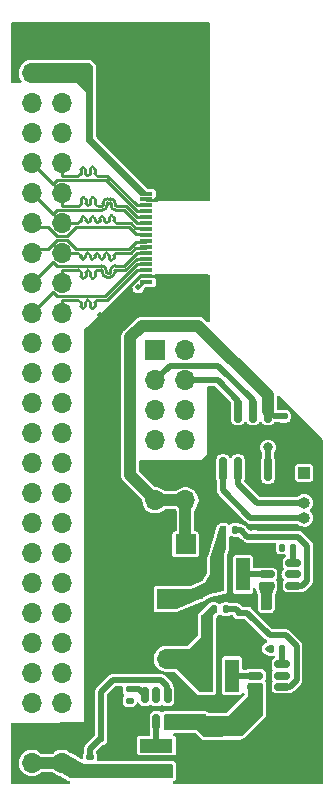
<source format=gbr>
%TF.GenerationSoftware,KiCad,Pcbnew,(6.0.4)*%
%TF.CreationDate,2023-05-26T00:59:56+09:00*%
%TF.ProjectId,BajieHeader,42616a69-6548-4656-9164-65722e6b6963,rev?*%
%TF.SameCoordinates,Original*%
%TF.FileFunction,Copper,L1,Top*%
%TF.FilePolarity,Positive*%
%FSLAX46Y46*%
G04 Gerber Fmt 4.6, Leading zero omitted, Abs format (unit mm)*
G04 Created by KiCad (PCBNEW (6.0.4)) date 2023-05-26 00:59:56*
%MOMM*%
%LPD*%
G01*
G04 APERTURE LIST*
G04 Aperture macros list*
%AMRoundRect*
0 Rectangle with rounded corners*
0 $1 Rounding radius*
0 $2 $3 $4 $5 $6 $7 $8 $9 X,Y pos of 4 corners*
0 Add a 4 corners polygon primitive as box body*
4,1,4,$2,$3,$4,$5,$6,$7,$8,$9,$2,$3,0*
0 Add four circle primitives for the rounded corners*
1,1,$1+$1,$2,$3*
1,1,$1+$1,$4,$5*
1,1,$1+$1,$6,$7*
1,1,$1+$1,$8,$9*
0 Add four rect primitives between the rounded corners*
20,1,$1+$1,$2,$3,$4,$5,0*
20,1,$1+$1,$4,$5,$6,$7,0*
20,1,$1+$1,$6,$7,$8,$9,0*
20,1,$1+$1,$8,$9,$2,$3,0*%
G04 Aperture macros list end*
%TA.AperFunction,SMDPad,CuDef*%
%ADD10RoundRect,0.150000X-0.512500X-0.150000X0.512500X-0.150000X0.512500X0.150000X-0.512500X0.150000X0*%
%TD*%
%TA.AperFunction,SMDPad,CuDef*%
%ADD11RoundRect,0.135000X-0.185000X0.135000X-0.185000X-0.135000X0.185000X-0.135000X0.185000X0.135000X0*%
%TD*%
%TA.AperFunction,SMDPad,CuDef*%
%ADD12RoundRect,0.135000X-0.135000X-0.185000X0.135000X-0.185000X0.135000X0.185000X-0.135000X0.185000X0*%
%TD*%
%TA.AperFunction,SMDPad,CuDef*%
%ADD13R,1.175000X2.800000*%
%TD*%
%TA.AperFunction,SMDPad,CuDef*%
%ADD14RoundRect,0.225000X0.225000X0.250000X-0.225000X0.250000X-0.225000X-0.250000X0.225000X-0.250000X0*%
%TD*%
%TA.AperFunction,SMDPad,CuDef*%
%ADD15RoundRect,0.225000X-0.250000X0.225000X-0.250000X-0.225000X0.250000X-0.225000X0.250000X0.225000X0*%
%TD*%
%TA.AperFunction,SMDPad,CuDef*%
%ADD16RoundRect,0.140000X-0.140000X-0.170000X0.140000X-0.170000X0.140000X0.170000X-0.140000X0.170000X0*%
%TD*%
%TA.AperFunction,SMDPad,CuDef*%
%ADD17RoundRect,0.140000X0.170000X-0.140000X0.170000X0.140000X-0.170000X0.140000X-0.170000X-0.140000X0*%
%TD*%
%TA.AperFunction,SMDPad,CuDef*%
%ADD18RoundRect,0.150000X0.150000X-0.512500X0.150000X0.512500X-0.150000X0.512500X-0.150000X-0.512500X0*%
%TD*%
%TA.AperFunction,ComponentPad*%
%ADD19R,1.700000X1.700000*%
%TD*%
%TA.AperFunction,ComponentPad*%
%ADD20O,1.700000X1.700000*%
%TD*%
%TA.AperFunction,ComponentPad*%
%ADD21R,1.000000X1.000000*%
%TD*%
%TA.AperFunction,ComponentPad*%
%ADD22O,1.000000X1.000000*%
%TD*%
%TA.AperFunction,ConnectorPad*%
%ADD23C,3.500000*%
%TD*%
%TA.AperFunction,ComponentPad*%
%ADD24C,2.600000*%
%TD*%
%TA.AperFunction,SMDPad,CuDef*%
%ADD25RoundRect,0.140000X0.140000X0.170000X-0.140000X0.170000X-0.140000X-0.170000X0.140000X-0.170000X0*%
%TD*%
%TA.AperFunction,SMDPad,CuDef*%
%ADD26R,2.800000X1.175000*%
%TD*%
%TA.AperFunction,SMDPad,CuDef*%
%ADD27RoundRect,0.135000X0.185000X-0.135000X0.185000X0.135000X-0.185000X0.135000X-0.185000X-0.135000X0*%
%TD*%
%TA.AperFunction,SMDPad,CuDef*%
%ADD28RoundRect,0.150000X-0.150000X0.825000X-0.150000X-0.825000X0.150000X-0.825000X0.150000X0.825000X0*%
%TD*%
%TA.AperFunction,SMDPad,CuDef*%
%ADD29R,1.100000X0.300000*%
%TD*%
%TA.AperFunction,SMDPad,CuDef*%
%ADD30R,3.100000X2.300000*%
%TD*%
%TA.AperFunction,ViaPad*%
%ADD31C,0.500000*%
%TD*%
%TA.AperFunction,ViaPad*%
%ADD32C,0.800000*%
%TD*%
%TA.AperFunction,Conductor*%
%ADD33C,0.500000*%
%TD*%
%TA.AperFunction,Conductor*%
%ADD34C,1.000000*%
%TD*%
%TA.AperFunction,Conductor*%
%ADD35C,0.250000*%
%TD*%
%TA.AperFunction,Conductor*%
%ADD36C,0.220000*%
%TD*%
G04 APERTURE END LIST*
D10*
%TO.P,U4,1,GND*%
%TO.N,GND*%
X98608300Y-101208800D03*
%TO.P,U4,2,SW*%
%TO.N,Net-(C15-Pad1)*%
X98608300Y-102158800D03*
%TO.P,U4,3,VIN*%
%TO.N,+12V*%
X98608300Y-103108800D03*
%TO.P,U4,4,FB*%
%TO.N,Net-(R5-Pad2)*%
X100883300Y-103108800D03*
%TO.P,U4,5,~{SHDN}*%
%TO.N,+12V*%
X100883300Y-102158800D03*
%TO.P,U4,6,CB*%
%TO.N,Net-(C15-Pad2)*%
X100883300Y-101208800D03*
%TD*%
D11*
%TO.P,R6,1*%
%TO.N,Net-(R5-Pad2)*%
X97586800Y-98956400D03*
%TO.P,R6,2*%
%TO.N,GND*%
X97586800Y-99976400D03*
%TD*%
D12*
%TO.P,R5,1*%
%TO.N,+6V*%
X94943200Y-98374200D03*
%TO.P,R5,2*%
%TO.N,Net-(R5-Pad2)*%
X95963200Y-98374200D03*
%TD*%
D13*
%TO.P,L3,1,1*%
%TO.N,Net-(C15-Pad1)*%
X96616900Y-102158800D03*
%TO.P,L3,2,2*%
%TO.N,+6V*%
X94441900Y-102158800D03*
%TD*%
D14*
%TO.P,C17,1*%
%TO.N,GND*%
X96304400Y-99669600D03*
%TO.P,C17,2*%
%TO.N,+6V*%
X94754400Y-99669600D03*
%TD*%
D15*
%TO.P,C16,1*%
%TO.N,GND*%
X92786200Y-102222000D03*
%TO.P,C16,2*%
%TO.N,+6V*%
X92786200Y-103772000D03*
%TD*%
D16*
%TO.P,C15,1*%
%TO.N,Net-(C15-Pad1)*%
X99926200Y-99898200D03*
%TO.P,C15,2*%
%TO.N,Net-(C15-Pad2)*%
X100886200Y-99898200D03*
%TD*%
D14*
%TO.P,C3,1*%
%TO.N,GND*%
X100139800Y-104698800D03*
%TO.P,C3,2*%
%TO.N,+12V*%
X98589800Y-104698800D03*
%TD*%
D12*
%TO.P,R3,1*%
%TO.N,+3V8*%
X94130400Y-105105200D03*
%TO.P,R3,2*%
%TO.N,Net-(R3-Pad2)*%
X95150400Y-105105200D03*
%TD*%
D17*
%TO.P,C6,1*%
%TO.N,Net-(C6-Pad1)*%
X87020401Y-112851599D03*
%TO.P,C6,2*%
%TO.N,Net-(C6-Pad2)*%
X87020401Y-111891599D03*
%TD*%
D10*
%TO.P,U2,1,GND*%
%TO.N,GND*%
X97668500Y-109768600D03*
%TO.P,U2,2,SW*%
%TO.N,Net-(C7-Pad1)*%
X97668500Y-110718600D03*
%TO.P,U2,3,VIN*%
%TO.N,+12V*%
X97668500Y-111668600D03*
%TO.P,U2,4,FB*%
%TO.N,Net-(R3-Pad2)*%
X99943500Y-111668600D03*
%TO.P,U2,5,~{SHDN}*%
%TO.N,+12V*%
X99943500Y-110718600D03*
%TO.P,U2,6,CB*%
%TO.N,Net-(C7-Pad2)*%
X99943500Y-109768600D03*
%TD*%
D18*
%TO.P,U1,1,GND*%
%TO.N,GND*%
X88331000Y-114652100D03*
%TO.P,U1,2,SW*%
%TO.N,Net-(C6-Pad1)*%
X89281000Y-114652100D03*
%TO.P,U1,3,VIN*%
%TO.N,+12V*%
X90231000Y-114652100D03*
%TO.P,U1,4,FB*%
%TO.N,Net-(R1-Pad2)*%
X90231000Y-112377100D03*
%TO.P,U1,5,~{SHDN}*%
%TO.N,+12V*%
X89281000Y-112377100D03*
%TO.P,U1,6,CB*%
%TO.N,Net-(C6-Pad2)*%
X88331000Y-112377100D03*
%TD*%
D16*
%TO.P,C7,1*%
%TO.N,Net-(C7-Pad1)*%
X98961000Y-108458000D03*
%TO.P,C7,2*%
%TO.N,Net-(C7-Pad2)*%
X99921000Y-108458000D03*
%TD*%
D19*
%TO.P,J7,1,Pin_1*%
%TO.N,+6V*%
X90144600Y-104216200D03*
D20*
%TO.P,J7,2,Pin_2*%
%TO.N,GND*%
X90144600Y-106756200D03*
%TO.P,J7,3,Pin_3*%
%TO.N,+3V8*%
X90144600Y-109296200D03*
%TD*%
D15*
%TO.P,C4,1*%
%TO.N,GND*%
X91795600Y-113093200D03*
%TO.P,C4,2*%
%TO.N,+12V*%
X91795600Y-114643200D03*
%TD*%
D21*
%TO.P,J6,1,Pin_1*%
%TO.N,Net-(F1-Pad2)*%
X101777800Y-93548200D03*
D22*
%TO.P,J6,2,Pin_2*%
%TO.N,GND*%
X101777800Y-94818200D03*
%TO.P,J6,3,Pin_3*%
%TO.N,Net-(J6-Pad3)*%
X101777800Y-96088200D03*
%TO.P,J6,4,Pin_4*%
%TO.N,Net-(J6-Pad4)*%
X101777800Y-97358200D03*
%TD*%
D23*
%TO.P,H2,1,1*%
%TO.N,GND*%
X99771200Y-117221000D03*
D24*
X99771200Y-117221000D03*
%TD*%
D19*
%TO.P,J1,1,Pin_1*%
%TO.N,GND*%
X78735000Y-57155000D03*
D20*
%TO.P,J1,2,Pin_2*%
X81275000Y-57155000D03*
%TO.P,J1,3,Pin_3*%
%TO.N,+2V5*%
X78735000Y-59695000D03*
%TO.P,J1,4,Pin_4*%
X81275000Y-59695000D03*
%TO.P,J1,5,Pin_5*%
%TO.N,/P20*%
X78735000Y-62235000D03*
%TO.P,J1,6,Pin_6*%
%TO.N,/N20*%
X81275000Y-62235000D03*
%TO.P,J1,7,Pin_7*%
%TO.N,/T19*%
X78735000Y-64775000D03*
%TO.P,J1,8,Pin_8*%
%TO.N,/R19*%
X81275000Y-64775000D03*
%TO.P,J1,9,Pin_9*%
%TO.N,/DB1N*%
X78735000Y-67315000D03*
%TO.P,J1,10,Pin_10*%
%TO.N,/DB1P*%
X81275000Y-67315000D03*
%TO.P,J1,11,Pin_11*%
%TO.N,/DB0N*%
X78735000Y-69855000D03*
%TO.P,J1,12,Pin_12*%
%TO.N,/DB0P*%
X81275000Y-69855000D03*
%TO.P,J1,13,Pin_13*%
%TO.N,/FCLKN*%
X78735000Y-72395000D03*
%TO.P,J1,14,Pin_14*%
%TO.N,/FCLKP*%
X81275000Y-72395000D03*
%TO.P,J1,15,Pin_15*%
%TO.N,/DCLKP*%
X78735000Y-74935000D03*
%TO.P,J1,16,Pin_16*%
%TO.N,/DCLKN*%
X81275000Y-74935000D03*
%TO.P,J1,17,Pin_17*%
%TO.N,/DA1P*%
X78735000Y-77475000D03*
%TO.P,J1,18,Pin_18*%
%TO.N,/DA1N*%
X81275000Y-77475000D03*
%TO.P,J1,19,Pin_19*%
%TO.N,/DA0P*%
X78735000Y-80015000D03*
%TO.P,J1,20,Pin_20*%
%TO.N,/DA0N*%
X81275000Y-80015000D03*
%TO.P,J1,21,Pin_21*%
%TO.N,/U18*%
X78735000Y-82555000D03*
%TO.P,J1,22,Pin_22*%
%TO.N,/U19*%
X81275000Y-82555000D03*
%TO.P,J1,23,Pin_23*%
%TO.N,/W18*%
X78735000Y-85095000D03*
%TO.P,J1,24,Pin_24*%
%TO.N,/W19*%
X81275000Y-85095000D03*
%TO.P,J1,25,Pin_25*%
%TO.N,/V17*%
X78735000Y-87635000D03*
%TO.P,J1,26,Pin_26*%
%TO.N,/V18*%
X81275000Y-87635000D03*
%TO.P,J1,27,Pin_27*%
%TO.N,/V16*%
X78735000Y-90175000D03*
%TO.P,J1,28,Pin_28*%
%TO.N,/W16*%
X81275000Y-90175000D03*
%TO.P,J1,29,Pin_29*%
%TO.N,/V15*%
X78735000Y-92715000D03*
%TO.P,J1,30,Pin_30*%
%TO.N,/W15*%
X81275000Y-92715000D03*
%TO.P,J1,31,Pin_31*%
%TO.N,/Y18*%
X78735000Y-95255000D03*
%TO.P,J1,32,Pin_32*%
%TO.N,/Y19*%
X81275000Y-95255000D03*
%TO.P,J1,33,Pin_33*%
%TO.N,/Y16*%
X78735000Y-97795000D03*
%TO.P,J1,34,Pin_34*%
%TO.N,/Y17*%
X81275000Y-97795000D03*
%TO.P,J1,35,Pin_35*%
%TO.N,/W14*%
X78735000Y-100335000D03*
%TO.P,J1,36,Pin_36*%
%TO.N,/Y14*%
X81275000Y-100335000D03*
%TO.P,J1,37,Pin_37*%
%TO.N,/T14*%
X78735000Y-102875000D03*
%TO.P,J1,38,Pin_38*%
%TO.N,/T15*%
X81275000Y-102875000D03*
%TO.P,J1,39,Pin_39*%
%TO.N,/P14*%
X78735000Y-105415000D03*
%TO.P,J1,40,Pin_40*%
%TO.N,/U14*%
X81275000Y-105415000D03*
%TO.P,J1,41,Pin_41*%
%TO.N,/V12*%
X78735000Y-107955000D03*
%TO.P,J1,42,Pin_42*%
%TO.N,/W13*%
X81275000Y-107955000D03*
%TO.P,J1,43,Pin_43*%
%TO.N,/T12*%
X78735000Y-110495000D03*
%TO.P,J1,44,Pin_44*%
%TO.N,/U12*%
X81275000Y-110495000D03*
%TO.P,J1,45,Pin_45*%
%TO.N,/T10*%
X78735000Y-113035000D03*
%TO.P,J1,46,Pin_46*%
%TO.N,/T11*%
X81275000Y-113035000D03*
%TO.P,J1,47,Pin_47*%
%TO.N,GND*%
X78735000Y-115575000D03*
%TO.P,J1,48,Pin_48*%
X81275000Y-115575000D03*
%TO.P,J1,49,Pin_49*%
%TO.N,+5V*%
X78735000Y-118115000D03*
%TO.P,J1,50,Pin_50*%
X81275000Y-118115000D03*
%TD*%
D11*
%TO.P,R4,1*%
%TO.N,Net-(R3-Pad2)*%
X96316800Y-105382600D03*
%TO.P,R4,2*%
%TO.N,GND*%
X96316800Y-106402600D03*
%TD*%
D19*
%TO.P,J3,1,Pin_1*%
%TO.N,/F19*%
X89199800Y-83185000D03*
D20*
%TO.P,J3,2,Pin_2*%
%TO.N,/F20*%
X91739800Y-83185000D03*
%TO.P,J3,3,Pin_3*%
%TO.N,/CAN_R*%
X89199800Y-85725000D03*
%TO.P,J3,4,Pin_4*%
%TO.N,/CAN_T*%
X91739800Y-85725000D03*
%TO.P,J3,5,Pin_5*%
%TO.N,/H18*%
X89199800Y-88265000D03*
%TO.P,J3,6,Pin_6*%
%TO.N,/H20*%
X91739800Y-88265000D03*
%TO.P,J3,7,Pin_7*%
%TO.N,/J19*%
X89199800Y-90805000D03*
%TO.P,J3,8,Pin_8*%
%TO.N,/J20*%
X91739800Y-90805000D03*
%TO.P,J3,9,Pin_9*%
%TO.N,GND*%
X89199800Y-93345000D03*
%TO.P,J3,10,Pin_10*%
X91739800Y-93345000D03*
%TO.P,J3,11,Pin_11*%
%TO.N,+3V3*%
X89199800Y-95885000D03*
%TO.P,J3,12,Pin_12*%
X91739800Y-95885000D03*
%TD*%
D15*
%TO.P,C11,1*%
%TO.N,GND*%
X84963001Y-117260799D03*
%TO.P,C11,2*%
%TO.N,+5V*%
X84963001Y-118810799D03*
%TD*%
D12*
%TO.P,R2,1*%
%TO.N,Net-(R1-Pad2)*%
X84580000Y-116001800D03*
%TO.P,R2,2*%
%TO.N,GND*%
X85600000Y-116001800D03*
%TD*%
D17*
%TO.P,C8,1*%
%TO.N,GND*%
X100076000Y-89735600D03*
%TO.P,C8,2*%
%TO.N,+3V3*%
X100076000Y-88775600D03*
%TD*%
D23*
%TO.P,H1,1,1*%
%TO.N,GND*%
X89433400Y-58902600D03*
D24*
X89433400Y-58902600D03*
%TD*%
D25*
%TO.P,C14,1*%
%TO.N,GND*%
X84604800Y-59410600D03*
%TO.P,C14,2*%
%TO.N,+2V5*%
X83644800Y-59410600D03*
%TD*%
D19*
%TO.P,J5,1,Pin_1*%
%TO.N,+3V3*%
X91744800Y-99618800D03*
D20*
%TO.P,J5,2,Pin_2*%
%TO.N,GND*%
X89204800Y-99618800D03*
%TD*%
D14*
%TO.P,C5,1*%
%TO.N,GND*%
X99403200Y-113258600D03*
%TO.P,C5,2*%
%TO.N,+12V*%
X97853200Y-113258600D03*
%TD*%
D26*
%TO.P,L1,1,1*%
%TO.N,Net-(C6-Pad1)*%
X89281000Y-116643500D03*
%TO.P,L1,2,2*%
%TO.N,+5V*%
X89281000Y-118818500D03*
%TD*%
D14*
%TO.P,C12,1*%
%TO.N,GND*%
X95059801Y-106400599D03*
%TO.P,C12,2*%
%TO.N,+3V8*%
X93509801Y-106400599D03*
%TD*%
%TO.P,C10,1*%
%TO.N,GND*%
X95059801Y-107950000D03*
%TO.P,C10,2*%
%TO.N,+3V8*%
X93509801Y-107950000D03*
%TD*%
D27*
%TO.P,R1,1*%
%TO.N,+5V*%
X83667600Y-118621999D03*
%TO.P,R1,2*%
%TO.N,Net-(R1-Pad2)*%
X83667600Y-117601999D03*
%TD*%
D15*
%TO.P,C9,1*%
%TO.N,GND*%
X86512400Y-117260799D03*
%TO.P,C9,2*%
%TO.N,+5V*%
X86512400Y-118810799D03*
%TD*%
D19*
%TO.P,J4,1,Pin_1*%
%TO.N,+12V*%
X94462600Y-115011200D03*
D20*
%TO.P,J4,2,Pin_2*%
%TO.N,GND*%
X94462600Y-117551200D03*
%TD*%
D13*
%TO.P,L2,1,1*%
%TO.N,Net-(C7-Pad1)*%
X95677100Y-110718600D03*
%TO.P,L2,2,2*%
%TO.N,+3V8*%
X93502100Y-110718600D03*
%TD*%
D28*
%TO.P,U3,1,VCC1*%
%TO.N,+3V3*%
X98729800Y-88279200D03*
%TO.P,U3,2,RXD*%
%TO.N,/CAN_R*%
X97459800Y-88279200D03*
%TO.P,U3,3,TXD*%
%TO.N,/CAN_T*%
X96189800Y-88279200D03*
%TO.P,U3,4,GND1*%
%TO.N,GND*%
X94919800Y-88279200D03*
%TO.P,U3,5,CANL*%
%TO.N,Net-(J6-Pad4)*%
X94919800Y-93229200D03*
%TO.P,U3,6,CANH*%
%TO.N,Net-(J6-Pad3)*%
X96189800Y-93229200D03*
%TO.P,U3,7,GND2*%
%TO.N,GND*%
X97459800Y-93229200D03*
%TO.P,U3,8,VCC2*%
%TO.N,+5V*%
X98729800Y-93229200D03*
%TD*%
D29*
%TO.P,J2,1,Pin_1*%
%TO.N,/R19*%
X88439000Y-77410000D03*
%TO.P,J2,2,Pin_2*%
%TO.N,GND*%
X88439000Y-76910000D03*
%TO.P,J2,3,Pin_3*%
%TO.N,/DA0N*%
X88439000Y-76410000D03*
%TO.P,J2,4,Pin_4*%
%TO.N,/DA0P*%
X88439000Y-75910000D03*
%TO.P,J2,5,Pin_5*%
%TO.N,/DA1N*%
X88439000Y-75410000D03*
%TO.P,J2,6,Pin_6*%
%TO.N,/DA1P*%
X88439000Y-74910000D03*
%TO.P,J2,7,Pin_7*%
%TO.N,/DCLKN*%
X88439000Y-74410000D03*
%TO.P,J2,8,Pin_8*%
%TO.N,/DCLKP*%
X88439000Y-73910000D03*
%TO.P,J2,9,Pin_9*%
%TO.N,/FCLKN*%
X88439000Y-73410000D03*
%TO.P,J2,10,Pin_10*%
%TO.N,/FCLKP*%
X88439000Y-72910000D03*
%TO.P,J2,11,Pin_11*%
%TO.N,/DB0N*%
X88439000Y-72410000D03*
%TO.P,J2,12,Pin_12*%
%TO.N,/DB0P*%
X88439000Y-71910000D03*
%TO.P,J2,13,Pin_13*%
%TO.N,/DB1N*%
X88439000Y-71410000D03*
%TO.P,J2,14,Pin_14*%
%TO.N,/DB1P*%
X88439000Y-70910000D03*
%TO.P,J2,15,Pin_15*%
%TO.N,GND*%
X88439000Y-70410000D03*
%TO.P,J2,16,Pin_16*%
%TO.N,+2V5*%
X88439000Y-69910000D03*
D30*
%TO.P,J2,MP,MountPin*%
%TO.N,GND*%
X90139000Y-79080000D03*
X90139000Y-68240000D03*
%TD*%
D31*
%TO.N,GND*%
X97942400Y-99999800D03*
X96672400Y-99923600D03*
X100533200Y-104521000D03*
X99441000Y-101295200D03*
D32*
%TO.N,+12V*%
X98577400Y-104089200D03*
X97815400Y-112445800D03*
D31*
X100380800Y-102158800D03*
%TO.N,Net-(C15-Pad1)*%
X99923600Y-99898200D03*
X97205800Y-102158800D03*
%TO.N,GND*%
X97459800Y-92532200D03*
X93548200Y-70281800D03*
X83362800Y-81483200D03*
X85902800Y-110337600D03*
X91694000Y-69392800D03*
X91871800Y-117373400D03*
X89433400Y-70307200D03*
X85191600Y-117246400D03*
X95072200Y-106400600D03*
X91846400Y-102870000D03*
X96951800Y-90322400D03*
X91694000Y-80086200D03*
X84505800Y-80213200D03*
X95072200Y-108102400D03*
X88595200Y-67081400D03*
X85902800Y-111912400D03*
X86512400Y-117246400D03*
X84455000Y-65049400D03*
X85902800Y-116001800D03*
X96951800Y-108915200D03*
X87604600Y-115468400D03*
X100076000Y-89738200D03*
X91795600Y-112090200D03*
X89484200Y-102870000D03*
X91694000Y-67081400D03*
X89433400Y-77012800D03*
X95783400Y-107238800D03*
X96647000Y-106400600D03*
X88595200Y-78562200D03*
X99415600Y-113258600D03*
X91694000Y-77927200D03*
X94615000Y-87757000D03*
X97434400Y-94386400D03*
X88341200Y-113614200D03*
X93548200Y-77012800D03*
X88646000Y-69240400D03*
X100126800Y-114020600D03*
X98602800Y-109778800D03*
X86461600Y-114376200D03*
X91262200Y-115849400D03*
X88595200Y-80086200D03*
%TO.N,/R19*%
X87757000Y-77851000D03*
D32*
%TO.N,+5V*%
X98729800Y-91389200D03*
D31*
%TO.N,Net-(C6-Pad1)*%
X87020401Y-112854199D03*
X89281000Y-116075299D03*
%TO.N,Net-(C7-Pad1)*%
X96240600Y-110718600D03*
X98704400Y-108458000D03*
%TO.N,+12V*%
X89281000Y-111937800D03*
X99542600Y-110718600D03*
%TD*%
D33*
%TO.N,Net-(R5-Pad2)*%
X96443800Y-98425000D02*
X96975200Y-98956400D01*
X96014000Y-98425000D02*
X96443800Y-98425000D01*
X95963200Y-98374200D02*
X96014000Y-98425000D01*
X96975200Y-98956400D02*
X97586800Y-98956400D01*
%TO.N,Net-(R3-Pad2)*%
X96039400Y-105105200D02*
X96316800Y-105382600D01*
X95150400Y-105105200D02*
X96039400Y-105105200D01*
%TO.N,Net-(R5-Pad2)*%
X102031800Y-102717600D02*
X101640600Y-103108800D01*
X102031800Y-99720400D02*
X102031800Y-102717600D01*
X101267800Y-98956400D02*
X102031800Y-99720400D01*
X101640600Y-103108800D02*
X100883300Y-103108800D01*
X97586800Y-98956400D02*
X101267800Y-98956400D01*
%TO.N,Net-(C7-Pad1)*%
X98961000Y-108458000D02*
X98704400Y-108458000D01*
%TO.N,+12V*%
X100883300Y-102158800D02*
X100380800Y-102158800D01*
%TO.N,Net-(C7-Pad2)*%
X99921000Y-108458000D02*
X99943500Y-108480500D01*
X99943500Y-108480500D02*
X99943500Y-109768600D01*
%TO.N,Net-(C15-Pad2)*%
X100883300Y-99901100D02*
X100886200Y-99898200D01*
X100883300Y-101208800D02*
X100883300Y-99901100D01*
%TO.N,Net-(C15-Pad1)*%
X97205800Y-102158800D02*
X98608300Y-102158800D01*
D34*
%TO.N,+3V3*%
X91739800Y-95885000D02*
X91739800Y-99613800D01*
X91739800Y-99613800D02*
X91744800Y-99618800D01*
D33*
%TO.N,Net-(R3-Pad2)*%
X101142800Y-111099600D02*
X100573800Y-111668600D01*
X100224869Y-107315000D02*
X101142800Y-108232931D01*
X100573800Y-111668600D02*
X99943500Y-111668600D01*
X98907600Y-107315000D02*
X100224869Y-107315000D01*
X96975200Y-105382600D02*
X98907600Y-107315000D01*
X96316800Y-105382600D02*
X96975200Y-105382600D01*
X101142800Y-108232931D02*
X101142800Y-111099600D01*
%TO.N,Net-(J6-Pad4)*%
X97231200Y-97358200D02*
X101777800Y-97358200D01*
X94919800Y-93229200D02*
X94919800Y-95046800D01*
X94919800Y-95046800D02*
X97231200Y-97358200D01*
%TO.N,Net-(J6-Pad3)*%
X97764600Y-96088200D02*
X101777800Y-96088200D01*
X96189800Y-94513400D02*
X97764600Y-96088200D01*
X96189800Y-93229200D02*
X96189800Y-94513400D01*
%TO.N,+12V*%
X99542600Y-110718600D02*
X99943500Y-110718600D01*
D35*
%TO.N,GND*%
X89306400Y-76885800D02*
X88463200Y-76885800D01*
X89433400Y-77012800D02*
X89306400Y-76885800D01*
X88414800Y-76885800D02*
X88439000Y-76910000D01*
X83362800Y-81483200D02*
X83362800Y-81407000D01*
X89306400Y-70434200D02*
X88463200Y-70434200D01*
X88463200Y-70434200D02*
X88439000Y-70410000D01*
X83362800Y-81407000D02*
X87884000Y-76885800D01*
X87884000Y-76885800D02*
X88414800Y-76885800D01*
X88463200Y-76885800D02*
X88439000Y-76910000D01*
X89433400Y-70307200D02*
X89306400Y-70434200D01*
D34*
%TO.N,+2V5*%
X81275000Y-59695000D02*
X78735000Y-59695000D01*
D35*
%TO.N,/R19*%
X87757000Y-77851000D02*
X88198000Y-77410000D01*
X88198000Y-77410000D02*
X88439000Y-77410000D01*
D36*
%TO.N,/DB1N*%
X80824951Y-68768489D02*
X80506720Y-69086720D01*
X80506720Y-69086720D02*
X78735000Y-67315000D01*
X88439000Y-71410000D02*
X87613999Y-71410000D01*
X84972488Y-68768489D02*
X80824951Y-68768489D01*
X87613999Y-71410000D02*
X84972488Y-68768489D01*
%TO.N,/DB1P*%
X84270898Y-68421498D02*
X84320898Y-68421498D01*
X84070898Y-67859178D02*
X84070898Y-68221498D01*
X83670898Y-68221498D02*
X83670898Y-67859178D01*
X81275000Y-67315000D02*
X81275000Y-68421498D01*
X84320898Y-68421498D02*
X85125497Y-68421498D01*
X82870898Y-68221498D02*
X82870898Y-67859178D01*
X81275000Y-68421498D02*
X82670898Y-68421498D01*
X83270898Y-67859178D02*
X83270898Y-68221498D01*
X87613999Y-70910000D02*
X88439000Y-70910000D01*
X85125497Y-68421498D02*
X87613999Y-70910000D01*
X83470898Y-68421502D02*
G75*
G02*
X83270898Y-68221498I2J200002D01*
G01*
X84070922Y-67859178D02*
G75*
G03*
X83870898Y-67659178I-200022J-22D01*
G01*
X84270898Y-68421502D02*
G75*
G02*
X84070898Y-68221498I2J200002D01*
G01*
X83670898Y-68221498D02*
G75*
G02*
X83470898Y-68421498I-199998J-2D01*
G01*
X83270922Y-67859178D02*
G75*
G03*
X83070898Y-67659178I-200022J-22D01*
G01*
X83870898Y-67659198D02*
G75*
G03*
X83670898Y-67859178I2J-200002D01*
G01*
X82870898Y-68221498D02*
G75*
G02*
X82670898Y-68421498I-199998J-2D01*
G01*
X83070898Y-67659198D02*
G75*
G03*
X82870898Y-67859178I2J-200002D01*
G01*
%TO.N,/DB0N*%
X85444632Y-70911809D02*
X85444632Y-70738314D01*
X87613999Y-72410000D02*
X86512488Y-71308489D01*
X80506720Y-71626720D02*
X78735000Y-69855000D01*
X85394943Y-70688625D02*
X85147321Y-70688625D01*
X84453331Y-71308488D02*
X83819265Y-71308489D01*
X80824951Y-71308489D02*
X80506720Y-71626720D01*
X84700953Y-71308488D02*
X84453331Y-71308488D01*
X86512488Y-71308489D02*
X85841311Y-71308488D01*
X88439000Y-72410000D02*
X87613999Y-72410000D01*
X85097632Y-70738314D02*
X85097632Y-70911809D01*
X83819265Y-71308489D02*
X80824951Y-71308489D01*
X85394943Y-70688568D02*
G75*
G02*
X85444632Y-70738314I-43J-49732D01*
G01*
X85444612Y-70911809D02*
G75*
G03*
X85841311Y-71308488I396688J9D01*
G01*
X84700953Y-71308432D02*
G75*
G03*
X85097632Y-70911809I47J396632D01*
G01*
X85097625Y-70738314D02*
G75*
G02*
X85147321Y-70688625I49675J14D01*
G01*
%TO.N,/DB0P*%
X84346298Y-70961498D02*
X84700953Y-70961498D01*
X84750642Y-70911809D02*
X84750642Y-70848917D01*
X83296298Y-70399177D02*
X83296298Y-70761498D01*
X83696298Y-70761498D02*
X83696298Y-70399177D01*
X86665497Y-70961498D02*
X87613999Y-71910000D01*
X84750642Y-70848917D02*
X84750642Y-70738314D01*
X87613999Y-71910000D02*
X88439000Y-71910000D01*
X85791622Y-70738314D02*
X85791622Y-70911809D01*
X82896298Y-70761498D02*
X82896298Y-70399177D01*
X84296298Y-70961498D02*
X84346298Y-70961498D01*
X85147321Y-70341635D02*
X85394943Y-70341635D01*
X85841311Y-70961498D02*
X86665497Y-70961498D01*
X81275000Y-69855000D02*
X81275000Y-70961498D01*
X84096298Y-70399177D02*
X84096298Y-70761498D01*
X81275000Y-70961498D02*
X82696298Y-70961498D01*
X82896298Y-70761498D02*
G75*
G02*
X82696298Y-70961498I-199998J-2D01*
G01*
X83496298Y-70961502D02*
G75*
G02*
X83296298Y-70761498I2J200002D01*
G01*
X85147321Y-70341642D02*
G75*
G03*
X84750642Y-70738314I-21J-396658D01*
G01*
X84296298Y-70961502D02*
G75*
G02*
X84096298Y-70761498I2J200002D01*
G01*
X85791565Y-70738314D02*
G75*
G03*
X85394943Y-70341635I-396665J14D01*
G01*
X84096323Y-70399177D02*
G75*
G03*
X83896298Y-70199177I-200023J-23D01*
G01*
X83896298Y-70199198D02*
G75*
G03*
X83696298Y-70399177I2J-200002D01*
G01*
X84750698Y-70911809D02*
G75*
G02*
X84700953Y-70961498I-49698J9D01*
G01*
X85841311Y-70961478D02*
G75*
G02*
X85791622Y-70911809I-11J49678D01*
G01*
X83296323Y-70399177D02*
G75*
G03*
X83096298Y-70199177I-200023J-23D01*
G01*
X83696298Y-70761498D02*
G75*
G02*
X83496298Y-70961498I-199998J-2D01*
G01*
X83096298Y-70199198D02*
G75*
G03*
X82896298Y-70399177I2J-200002D01*
G01*
%TO.N,/FCLKN*%
X81725049Y-73481511D02*
X80824951Y-73481511D01*
X80824951Y-73481511D02*
X80085440Y-72742000D01*
X82464560Y-72742000D02*
X81725049Y-73481511D01*
X79082000Y-72742000D02*
X78735000Y-72395000D01*
X87519736Y-73296511D02*
X86965225Y-72742000D01*
X88439000Y-73410000D02*
X88325511Y-73296511D01*
X80085440Y-72742000D02*
X79082000Y-72742000D01*
X86965225Y-72742000D02*
X82464560Y-72742000D01*
X88325511Y-73296511D02*
X87519736Y-73296511D01*
%TO.N,/FCLKP*%
X85682000Y-71937058D02*
X85682000Y-72195000D01*
X81275000Y-72395000D02*
X82682000Y-72395000D01*
X82882000Y-72195000D02*
X82882000Y-72037058D01*
X86732000Y-72395000D02*
X87108945Y-72395000D01*
X84082000Y-72037058D02*
X84082000Y-72195000D01*
X83282000Y-72037058D02*
X83282000Y-72195000D01*
X87510456Y-72796511D02*
X88316244Y-72796511D01*
X83682000Y-72195000D02*
X83682000Y-72037058D01*
X85882000Y-72395000D02*
X86732000Y-72395000D01*
X84482000Y-72195000D02*
X84482000Y-72037058D01*
X85282000Y-72195000D02*
X85282000Y-71937058D01*
X88429733Y-72910000D02*
X88439000Y-72910000D01*
X88316244Y-72796511D02*
X88429733Y-72910000D01*
X84882000Y-72037058D02*
X84882000Y-72195000D01*
X87108945Y-72395000D02*
X87510456Y-72796511D01*
X85882000Y-72395000D02*
G75*
G02*
X85682000Y-72195000I0J200000D01*
G01*
X84882042Y-72037058D02*
G75*
G03*
X84682000Y-71837058I-200042J-42D01*
G01*
X85082000Y-72395000D02*
G75*
G02*
X84882000Y-72195000I0J200000D01*
G01*
X84082042Y-72037058D02*
G75*
G03*
X83882000Y-71837058I-200042J-42D01*
G01*
X83682000Y-72195000D02*
G75*
G02*
X83482000Y-72395000I-200000J0D01*
G01*
X82882000Y-72195000D02*
G75*
G02*
X82682000Y-72395000I-200000J0D01*
G01*
X83482000Y-72395000D02*
G75*
G02*
X83282000Y-72195000I0J200000D01*
G01*
X84282000Y-72395000D02*
G75*
G02*
X84082000Y-72195000I0J200000D01*
G01*
X85482000Y-71737100D02*
G75*
G03*
X85282000Y-71937058I0J-200000D01*
G01*
X85282000Y-72195000D02*
G75*
G02*
X85082000Y-72395000I-200000J0D01*
G01*
X83282042Y-72037058D02*
G75*
G03*
X83082000Y-71837058I-200042J-42D01*
G01*
X83882000Y-71837100D02*
G75*
G03*
X83682000Y-72037058I0J-200000D01*
G01*
X84482000Y-72195000D02*
G75*
G02*
X84282000Y-72395000I-200000J0D01*
G01*
X84682000Y-71837100D02*
G75*
G03*
X84482000Y-72037058I0J-200000D01*
G01*
X85682042Y-71937058D02*
G75*
G03*
X85482000Y-71737058I-200042J-42D01*
G01*
X83082000Y-71837100D02*
G75*
G03*
X82882000Y-72037058I0J-200000D01*
G01*
%TO.N,/DCLKN*%
X87510456Y-74523489D02*
X88316244Y-74523489D01*
X87098945Y-74935000D02*
X87510456Y-74523489D01*
X85256600Y-75135000D02*
X85256600Y-75392942D01*
X84856600Y-75292942D02*
X84856600Y-75135000D01*
X85856600Y-74935000D02*
X86706600Y-74935000D01*
X88316244Y-74523489D02*
X88429733Y-74410000D01*
X82856600Y-75135000D02*
X82856600Y-75292942D01*
X88429733Y-74410000D02*
X88439000Y-74410000D01*
X86706600Y-74935000D02*
X87098945Y-74935000D01*
X85656600Y-75392942D02*
X85656600Y-75135000D01*
X81275000Y-74935000D02*
X82656600Y-74935000D01*
X83256600Y-75292942D02*
X83256600Y-75135000D01*
X84456600Y-75135000D02*
X84456600Y-75292942D01*
X83656600Y-75135000D02*
X83656600Y-75292942D01*
X84056600Y-75292942D02*
X84056600Y-75135000D01*
X85656642Y-75392942D02*
G75*
G02*
X85456600Y-75592942I-200042J42D01*
G01*
X84656600Y-75492900D02*
G75*
G02*
X84456600Y-75292942I0J200000D01*
G01*
X82856600Y-75135000D02*
G75*
G03*
X82656600Y-74935000I-200000J0D01*
G01*
X84856642Y-75292942D02*
G75*
G02*
X84656600Y-75492942I-200042J42D01*
G01*
X85056600Y-74935000D02*
G75*
G03*
X84856600Y-75135000I0J-200000D01*
G01*
X85456600Y-75592900D02*
G75*
G02*
X85256600Y-75392942I0J200000D01*
G01*
X84456600Y-75135000D02*
G75*
G03*
X84256600Y-74935000I-200000J0D01*
G01*
X83856600Y-75492900D02*
G75*
G02*
X83656600Y-75292942I0J200000D01*
G01*
X83456600Y-74935000D02*
G75*
G03*
X83256600Y-75135000I0J-200000D01*
G01*
X84056642Y-75292942D02*
G75*
G02*
X83856600Y-75492942I-200042J42D01*
G01*
X85856600Y-74935000D02*
G75*
G03*
X85656600Y-75135000I0J-200000D01*
G01*
X83256642Y-75292942D02*
G75*
G02*
X83056600Y-75492942I-200042J42D01*
G01*
X85256600Y-75135000D02*
G75*
G03*
X85056600Y-74935000I-200000J0D01*
G01*
X84256600Y-74935000D02*
G75*
G03*
X84056600Y-75135000I0J-200000D01*
G01*
X83656600Y-75135000D02*
G75*
G03*
X83456600Y-74935000I-200000J0D01*
G01*
X83056600Y-75492900D02*
G75*
G02*
X82856600Y-75292942I0J200000D01*
G01*
%TO.N,/DCLKP*%
X88325511Y-74023489D02*
X87519736Y-74023489D01*
X81725049Y-73848489D02*
X80824951Y-73848489D01*
X88439000Y-73910000D02*
X88325511Y-74023489D01*
X80085440Y-74588000D02*
X79082000Y-74588000D01*
X87519736Y-74023489D02*
X86955225Y-74588000D01*
X79082000Y-74588000D02*
X78735000Y-74935000D01*
X82464560Y-74588000D02*
X81725049Y-73848489D01*
X86955225Y-74588000D02*
X82464560Y-74588000D01*
X80824951Y-73848489D02*
X80085440Y-74588000D01*
%TO.N,/DA1N*%
X81275000Y-76368502D02*
X82693102Y-76368502D01*
X81275000Y-77475000D02*
X81275000Y-76368502D01*
X84293099Y-76368498D02*
X84293100Y-76368501D01*
X84695455Y-76417164D02*
X84695455Y-76590660D01*
X84293098Y-76368498D02*
X84293099Y-76368498D01*
X85785098Y-76368501D02*
X86655497Y-76368502D01*
X85206677Y-76986313D02*
X85340782Y-76986313D01*
X85091108Y-76986313D02*
X85206677Y-76986313D01*
X85736435Y-76590660D02*
X85736435Y-76417164D01*
X83493100Y-76368498D02*
X83493101Y-76368502D01*
X87613999Y-75410000D02*
X88439000Y-75410000D01*
X83693100Y-76568501D02*
X83693101Y-76568501D01*
X84093100Y-76930823D02*
X84093099Y-76568499D01*
X83693101Y-76568501D02*
X83693101Y-76930824D01*
X83493099Y-76368498D02*
X83493100Y-76368498D01*
X84293100Y-76368501D02*
X84646792Y-76368501D01*
X86655497Y-76368502D02*
X87613999Y-75410000D01*
X82893102Y-76568501D02*
X82893102Y-76930824D01*
X82893101Y-76568501D02*
X82893102Y-76568501D01*
X83293101Y-76930823D02*
X83293100Y-76568499D01*
X83093102Y-77130798D02*
G75*
G02*
X82893102Y-76930824I-2J199998D01*
G01*
X83493099Y-76368500D02*
G75*
G03*
X83293100Y-76568499I1J-200000D01*
G01*
X84695499Y-76417164D02*
G75*
G03*
X84646792Y-76368501I-48699J-36D01*
G01*
X85736413Y-76590660D02*
G75*
G02*
X85340782Y-76986313I-395613J-40D01*
G01*
X83293124Y-76930823D02*
G75*
G02*
X83093102Y-77130824I-200024J23D01*
G01*
X85091108Y-76986345D02*
G75*
G02*
X84695455Y-76590660I-8J395645D01*
G01*
X84093124Y-76930823D02*
G75*
G02*
X83893101Y-77130824I-200024J23D01*
G01*
X84293098Y-76368499D02*
G75*
G03*
X84093099Y-76568499I2J-200001D01*
G01*
X82893098Y-76568501D02*
G75*
G03*
X82693102Y-76368502I-199998J1D01*
G01*
X83893101Y-77130799D02*
G75*
G02*
X83693101Y-76930824I-1J199999D01*
G01*
X83693098Y-76568501D02*
G75*
G03*
X83493101Y-76368502I-199998J1D01*
G01*
X85785098Y-76368535D02*
G75*
G03*
X85736435Y-76417164I2J-48665D01*
G01*
%TO.N,/DA1P*%
X85042445Y-76590660D02*
X85042445Y-76417164D01*
X85389445Y-76417164D02*
X85389445Y-76590660D01*
X85340782Y-76639323D02*
X85091108Y-76639323D01*
X88439000Y-74910000D02*
X87613999Y-74910000D01*
X87613999Y-74910000D02*
X86502488Y-76021511D01*
X84646792Y-76021511D02*
X84397118Y-76021511D01*
X86502488Y-76021511D02*
X85785098Y-76021511D01*
X84397118Y-76021511D02*
X80824951Y-76021511D01*
X80824951Y-76021511D02*
X80506720Y-75703280D01*
X80506720Y-75703280D02*
X78735000Y-77475000D01*
X85389411Y-76417164D02*
G75*
G02*
X85785098Y-76021511I395689J-36D01*
G01*
X85340782Y-76639345D02*
G75*
G03*
X85389445Y-76590660I18J48645D01*
G01*
X85042477Y-76590660D02*
G75*
G03*
X85091108Y-76639323I48623J-40D01*
G01*
X84646792Y-76021555D02*
G75*
G02*
X85042445Y-76417164I8J-395645D01*
G01*
%TO.N,/DA0N*%
X81275000Y-78908502D02*
X82667702Y-78908502D01*
X85115497Y-78908502D02*
X87613999Y-76410000D01*
X81275000Y-80015000D02*
X81275000Y-78908502D01*
X83667702Y-79108502D02*
X83667702Y-79470828D01*
X84067702Y-79470828D02*
X84067702Y-79108502D01*
X82867702Y-79108502D02*
X82867702Y-79470828D01*
X84317702Y-78908502D02*
X85115497Y-78908502D01*
X83267702Y-79470828D02*
X83267702Y-79108502D01*
X84267702Y-78908502D02*
X84317702Y-78908502D01*
X87613999Y-76410000D02*
X88439000Y-76410000D01*
X84267702Y-78908502D02*
G75*
G03*
X84067702Y-79108502I-2J-199998D01*
G01*
X83667698Y-79108502D02*
G75*
G03*
X83467702Y-78908502I-199998J2D01*
G01*
X83867702Y-79670798D02*
G75*
G02*
X83667702Y-79470828I-2J199998D01*
G01*
X84067728Y-79470828D02*
G75*
G02*
X83867702Y-79670828I-200028J28D01*
G01*
X82867698Y-79108502D02*
G75*
G03*
X82667702Y-78908502I-199998J2D01*
G01*
X83267728Y-79470828D02*
G75*
G02*
X83067702Y-79670828I-200028J28D01*
G01*
X83467702Y-78908502D02*
G75*
G03*
X83267702Y-79108502I-2J-199998D01*
G01*
X83067702Y-79670798D02*
G75*
G02*
X82867702Y-79470828I-2J199998D01*
G01*
%TO.N,/DA0P*%
X88439000Y-75910000D02*
X87613999Y-75910000D01*
X80824951Y-78561511D02*
X80506720Y-78243280D01*
X87613999Y-75910000D02*
X84962488Y-78561511D01*
X80506720Y-78243280D02*
X78735000Y-80015000D01*
X84962488Y-78561511D02*
X80824951Y-78561511D01*
D34*
%TO.N,+5V*%
X81275000Y-118115000D02*
X78735000Y-118115000D01*
D33*
X98729800Y-91389200D02*
X98729800Y-93229200D01*
%TO.N,Net-(C6-Pad1)*%
X89281000Y-116643499D02*
X89281000Y-116075299D01*
X89281000Y-114652100D02*
X89281000Y-116075299D01*
X87020401Y-112854199D02*
X87020401Y-112851599D01*
%TO.N,Net-(C6-Pad2)*%
X87020401Y-111891599D02*
X87845499Y-111891599D01*
X87845499Y-111891599D02*
X88331000Y-112377100D01*
%TO.N,Net-(C7-Pad1)*%
X95677101Y-110718600D02*
X96240600Y-110718600D01*
X97668500Y-110718600D02*
X96240600Y-110718600D01*
%TO.N,+3V3*%
X99226200Y-88775600D02*
X98729800Y-88279200D01*
D34*
X88036400Y-81102200D02*
X92837000Y-81102200D01*
D33*
X100076000Y-88775600D02*
X99226200Y-88775600D01*
D34*
X98729800Y-86995000D02*
X98729800Y-88279200D01*
X89199800Y-95885000D02*
X87045800Y-93731000D01*
X92837000Y-81102200D02*
X98729800Y-86995000D01*
X91739800Y-95885000D02*
X89199800Y-95885000D01*
X87045800Y-82092800D02*
X88036400Y-81102200D01*
X87045800Y-93731000D02*
X87045800Y-82092800D01*
D33*
%TO.N,/CAN_R*%
X97459800Y-87426800D02*
X94531489Y-84498489D01*
X97459800Y-88279200D02*
X97459800Y-87426800D01*
X94531489Y-84498489D02*
X90426311Y-84498489D01*
X90426311Y-84498489D02*
X89199800Y-85725000D01*
%TO.N,/CAN_T*%
X94462600Y-85725000D02*
X91739800Y-85725000D01*
X96189800Y-87452200D02*
X94462600Y-85725000D01*
X96189800Y-88279200D02*
X96189800Y-87452200D01*
%TO.N,+3V8*%
X93509800Y-107950000D02*
X93509800Y-110710900D01*
X93509800Y-106400601D02*
X93509800Y-107950000D01*
X93509800Y-110710900D02*
X93502100Y-110718600D01*
%TO.N,Net-(R1-Pad2)*%
X84580000Y-116001800D02*
X84580000Y-112143000D01*
X85623400Y-111099600D02*
X89662000Y-111099600D01*
X90195400Y-111633000D02*
X90195400Y-112341500D01*
X90195400Y-112341500D02*
X90231000Y-112377100D01*
X83667600Y-117601999D02*
X83667600Y-116914200D01*
X83667600Y-116914200D02*
X84580000Y-116001800D01*
X89662000Y-111099600D02*
X90195400Y-111633000D01*
X84580000Y-112143000D02*
X85623400Y-111099600D01*
%TO.N,+12V*%
X89281000Y-111937800D02*
X89281000Y-112371600D01*
%TD*%
%TA.AperFunction,Conductor*%
%TO.N,GND*%
G36*
X93743821Y-76778802D02*
G01*
X93790314Y-76832458D01*
X93801700Y-76884800D01*
X93801700Y-80695686D01*
X93781698Y-80763807D01*
X93728042Y-80810300D01*
X93657768Y-80820404D01*
X93593188Y-80790910D01*
X93586605Y-80784781D01*
X93417724Y-80615900D01*
X93405337Y-80601487D01*
X93396904Y-80590028D01*
X93392563Y-80584129D01*
X93352521Y-80550111D01*
X93345005Y-80543181D01*
X93339362Y-80537538D01*
X93317202Y-80520006D01*
X93313816Y-80517230D01*
X93309665Y-80513703D01*
X93258480Y-80470218D01*
X93251960Y-80466889D01*
X93246982Y-80463569D01*
X93241909Y-80460436D01*
X93236167Y-80455893D01*
X93204604Y-80441141D01*
X93170383Y-80425147D01*
X93166433Y-80423216D01*
X93108307Y-80393536D01*
X93101788Y-80390207D01*
X93094678Y-80388467D01*
X93089058Y-80386377D01*
X93083407Y-80384497D01*
X93076778Y-80381399D01*
X93069614Y-80379909D01*
X93069611Y-80379908D01*
X93029505Y-80371567D01*
X93005686Y-80366613D01*
X93001427Y-80365649D01*
X92930892Y-80348389D01*
X92925295Y-80348042D01*
X92925290Y-80348041D01*
X92919786Y-80347700D01*
X92919788Y-80347666D01*
X92915729Y-80347423D01*
X92911695Y-80347063D01*
X92904527Y-80345572D01*
X92897210Y-80345770D01*
X92827585Y-80347654D01*
X92824177Y-80347700D01*
X88103165Y-80347700D01*
X88084215Y-80346267D01*
X88070145Y-80344126D01*
X88070141Y-80344126D01*
X88062911Y-80343026D01*
X88055620Y-80343619D01*
X88055617Y-80343619D01*
X88010552Y-80347285D01*
X88000337Y-80347700D01*
X87992347Y-80347700D01*
X87986438Y-80348389D01*
X87964287Y-80350971D01*
X87959913Y-80351404D01*
X87894851Y-80356696D01*
X87894848Y-80356697D01*
X87887553Y-80357290D01*
X87880593Y-80359545D01*
X87874716Y-80360719D01*
X87868913Y-80362091D01*
X87861646Y-80362938D01*
X87793363Y-80387724D01*
X87789276Y-80389127D01*
X87720178Y-80411511D01*
X87713917Y-80415310D01*
X87708468Y-80417805D01*
X87703142Y-80420472D01*
X87696266Y-80422968D01*
X87650776Y-80452793D01*
X87635545Y-80462779D01*
X87631824Y-80465126D01*
X87574570Y-80499868D01*
X87574566Y-80499871D01*
X87569767Y-80502783D01*
X87561427Y-80510149D01*
X87561404Y-80510123D01*
X87558361Y-80512823D01*
X87555257Y-80515418D01*
X87549132Y-80519434D01*
X87544098Y-80524748D01*
X87496167Y-80575345D01*
X87493789Y-80577787D01*
X86559500Y-81512076D01*
X86545087Y-81524463D01*
X86527729Y-81537237D01*
X86522986Y-81542820D01*
X86493711Y-81577279D01*
X86486781Y-81584795D01*
X86481138Y-81590438D01*
X86463606Y-81612598D01*
X86460839Y-81615973D01*
X86413818Y-81671320D01*
X86410489Y-81677840D01*
X86407169Y-81682818D01*
X86404036Y-81687891D01*
X86399493Y-81693633D01*
X86396393Y-81700266D01*
X86368747Y-81759417D01*
X86366816Y-81763367D01*
X86333807Y-81828012D01*
X86332067Y-81835122D01*
X86329977Y-81840742D01*
X86328097Y-81846393D01*
X86324999Y-81853022D01*
X86323509Y-81860186D01*
X86323508Y-81860189D01*
X86310215Y-81924103D01*
X86309249Y-81928373D01*
X86291989Y-81998908D01*
X86291300Y-82010014D01*
X86291266Y-82010012D01*
X86291023Y-82014071D01*
X86290663Y-82018105D01*
X86289172Y-82025273D01*
X86289370Y-82032590D01*
X86291254Y-82102215D01*
X86291300Y-82105623D01*
X86291300Y-93664235D01*
X86289867Y-93683184D01*
X86286626Y-93704489D01*
X86287219Y-93711780D01*
X86287219Y-93711783D01*
X86290885Y-93756848D01*
X86291300Y-93767063D01*
X86291300Y-93775053D01*
X86291725Y-93778697D01*
X86294571Y-93803113D01*
X86295004Y-93807487D01*
X86296243Y-93822712D01*
X86300890Y-93879847D01*
X86303145Y-93886809D01*
X86304318Y-93892677D01*
X86305690Y-93898484D01*
X86306538Y-93905754D01*
X86331332Y-93974060D01*
X86332740Y-93978163D01*
X86355112Y-94047222D01*
X86358909Y-94053479D01*
X86361402Y-94058926D01*
X86364070Y-94064254D01*
X86366568Y-94071134D01*
X86370582Y-94077256D01*
X86406368Y-94131839D01*
X86408715Y-94135559D01*
X86443473Y-94192838D01*
X86446383Y-94197633D01*
X86450095Y-94201836D01*
X86453749Y-94205974D01*
X86453724Y-94205996D01*
X86456424Y-94209041D01*
X86459020Y-94212146D01*
X86463034Y-94218268D01*
X86468347Y-94223301D01*
X86518926Y-94271215D01*
X86521368Y-94273593D01*
X87300635Y-95052859D01*
X88056517Y-95808741D01*
X88090542Y-95871053D01*
X88093152Y-95889595D01*
X88096413Y-95939344D01*
X88104224Y-96058522D01*
X88105645Y-96064118D01*
X88105646Y-96064123D01*
X88147727Y-96229812D01*
X88154192Y-96255269D01*
X88156609Y-96260512D01*
X88234132Y-96428673D01*
X88239177Y-96439616D01*
X88258799Y-96467380D01*
X88345353Y-96589852D01*
X88356333Y-96605389D01*
X88501738Y-96747035D01*
X88670520Y-96859812D01*
X88675823Y-96862090D01*
X88675826Y-96862092D01*
X88851721Y-96937662D01*
X88857028Y-96939942D01*
X88930044Y-96956464D01*
X89049379Y-96983467D01*
X89049384Y-96983468D01*
X89055016Y-96984742D01*
X89060787Y-96984969D01*
X89060789Y-96984969D01*
X89120556Y-96987317D01*
X89257853Y-96992712D01*
X89358299Y-96978148D01*
X89453031Y-96964413D01*
X89453036Y-96964412D01*
X89458745Y-96963584D01*
X89464209Y-96961729D01*
X89464214Y-96961728D01*
X89645493Y-96900192D01*
X89645498Y-96900190D01*
X89650965Y-96898334D01*
X89680882Y-96881580D01*
X89814648Y-96806667D01*
X89828076Y-96799147D01*
X89834477Y-96793824D01*
X89984145Y-96669345D01*
X89985745Y-96671269D01*
X90038651Y-96642379D01*
X90065434Y-96639500D01*
X90859300Y-96639500D01*
X90927421Y-96659502D01*
X90973914Y-96713158D01*
X90985300Y-96765500D01*
X90985300Y-98389329D01*
X90965298Y-98457450D01*
X90911642Y-98503943D01*
X90873211Y-98514301D01*
X90869734Y-98514301D01*
X90863668Y-98515508D01*
X90863663Y-98515508D01*
X90807674Y-98526644D01*
X90807672Y-98526645D01*
X90795499Y-98529066D01*
X90785179Y-98535961D01*
X90785178Y-98535962D01*
X90737460Y-98567847D01*
X90711316Y-98585316D01*
X90655066Y-98669499D01*
X90640300Y-98743733D01*
X90640301Y-100493866D01*
X90655066Y-100568101D01*
X90661961Y-100578420D01*
X90661962Y-100578422D01*
X90702316Y-100638815D01*
X90711316Y-100652284D01*
X90795499Y-100708534D01*
X90869733Y-100723300D01*
X91744658Y-100723300D01*
X92619866Y-100723299D01*
X92655618Y-100716188D01*
X92681926Y-100710956D01*
X92681928Y-100710955D01*
X92694101Y-100708534D01*
X92704421Y-100701639D01*
X92704422Y-100701638D01*
X92767968Y-100659177D01*
X92778284Y-100652284D01*
X92834534Y-100568101D01*
X92849300Y-100493867D01*
X92849299Y-98743734D01*
X92834534Y-98669499D01*
X92814590Y-98639650D01*
X92785177Y-98595632D01*
X92778284Y-98585316D01*
X92694101Y-98529066D01*
X92619867Y-98514300D01*
X92613679Y-98514300D01*
X92607952Y-98513736D01*
X92542119Y-98487155D01*
X92501108Y-98429201D01*
X92494300Y-98388343D01*
X92494300Y-96750634D01*
X92514302Y-96682513D01*
X92524605Y-96669728D01*
X92524145Y-96669345D01*
X92650253Y-96517718D01*
X92650255Y-96517715D01*
X92653947Y-96513276D01*
X92738267Y-96362712D01*
X92750310Y-96341208D01*
X92750311Y-96341206D01*
X92753134Y-96336165D01*
X92754990Y-96330698D01*
X92754992Y-96330693D01*
X92816528Y-96149414D01*
X92816529Y-96149409D01*
X92818384Y-96143945D01*
X92819212Y-96138236D01*
X92819213Y-96138231D01*
X92846979Y-95946727D01*
X92847512Y-95943053D01*
X92849032Y-95885000D01*
X92830458Y-95682859D01*
X92796851Y-95563698D01*
X92776925Y-95493046D01*
X92776924Y-95493044D01*
X92775357Y-95487487D01*
X92752679Y-95441499D01*
X92688131Y-95310609D01*
X92685576Y-95305428D01*
X92664824Y-95277637D01*
X92590225Y-95177738D01*
X92564120Y-95142779D01*
X92436035Y-95024378D01*
X92419303Y-95008911D01*
X92415058Y-95004987D01*
X92410175Y-95001906D01*
X92410171Y-95001903D01*
X92248264Y-94899748D01*
X92243381Y-94896667D01*
X92054839Y-94821446D01*
X92049179Y-94820320D01*
X92049175Y-94820319D01*
X91861413Y-94782971D01*
X91861410Y-94782971D01*
X91855746Y-94781844D01*
X91849971Y-94781768D01*
X91849967Y-94781768D01*
X91748593Y-94780441D01*
X91652771Y-94779187D01*
X91647074Y-94780166D01*
X91647073Y-94780166D01*
X91561886Y-94794804D01*
X91452710Y-94813564D01*
X91262263Y-94883824D01*
X91087810Y-94987612D01*
X91045887Y-95024378D01*
X90960532Y-95099232D01*
X90896128Y-95129109D01*
X90877454Y-95130500D01*
X90060153Y-95130500D01*
X89992032Y-95110498D01*
X89974624Y-95097025D01*
X89879298Y-95008906D01*
X89879295Y-95008904D01*
X89875058Y-95004987D01*
X89703381Y-94896667D01*
X89514839Y-94821446D01*
X89509179Y-94820320D01*
X89509175Y-94820319D01*
X89321413Y-94782971D01*
X89321410Y-94782971D01*
X89315746Y-94781844D01*
X89309971Y-94781768D01*
X89309967Y-94781768D01*
X89212873Y-94780497D01*
X89145020Y-94759605D01*
X89125428Y-94743603D01*
X88467858Y-94086034D01*
X94365300Y-94086034D01*
X94380302Y-94180755D01*
X94384803Y-94189588D01*
X94384803Y-94189589D01*
X94401567Y-94222490D01*
X94415300Y-94279693D01*
X94415300Y-94976176D01*
X94413959Y-94988181D01*
X94414455Y-94988221D01*
X94413735Y-94997168D01*
X94411754Y-95005924D01*
X94412310Y-95014884D01*
X94415058Y-95059182D01*
X94415300Y-95066984D01*
X94415300Y-95083026D01*
X94415935Y-95087457D01*
X94415935Y-95087462D01*
X94416765Y-95093253D01*
X94417796Y-95103314D01*
X94420702Y-95150159D01*
X94423749Y-95158599D01*
X94424430Y-95161889D01*
X94428382Y-95177738D01*
X94429327Y-95180968D01*
X94430599Y-95189852D01*
X94434314Y-95198023D01*
X94450018Y-95232563D01*
X94453830Y-95241928D01*
X94466722Y-95277637D01*
X94466724Y-95277640D01*
X94469772Y-95286084D01*
X94475068Y-95293333D01*
X94476640Y-95296290D01*
X94484893Y-95310414D01*
X94486698Y-95313237D01*
X94490412Y-95321405D01*
X94496269Y-95328202D01*
X94496270Y-95328204D01*
X94521043Y-95356953D01*
X94527325Y-95364864D01*
X94535273Y-95375744D01*
X94546135Y-95386606D01*
X94552493Y-95393452D01*
X94584744Y-95430882D01*
X94592279Y-95435766D01*
X94598851Y-95441499D01*
X94610255Y-95450726D01*
X96824523Y-97664994D01*
X96832065Y-97674434D01*
X96832445Y-97674111D01*
X96838263Y-97680947D01*
X96843053Y-97688539D01*
X96849781Y-97694481D01*
X96883059Y-97723871D01*
X96888746Y-97729217D01*
X96900080Y-97740551D01*
X96903663Y-97743236D01*
X96903665Y-97743238D01*
X96908355Y-97746753D01*
X96916198Y-97753138D01*
X96951370Y-97784201D01*
X96959492Y-97788014D01*
X96962293Y-97789854D01*
X96976288Y-97798263D01*
X96979251Y-97799885D01*
X96986436Y-97805270D01*
X96994846Y-97808423D01*
X96994848Y-97808424D01*
X97030382Y-97821746D01*
X97039695Y-97825670D01*
X97082182Y-97845617D01*
X97091056Y-97846999D01*
X97094283Y-97847985D01*
X97110046Y-97852120D01*
X97113340Y-97852844D01*
X97121752Y-97855998D01*
X97130710Y-97856664D01*
X97130711Y-97856664D01*
X97168550Y-97859476D01*
X97178574Y-97860626D01*
X97191897Y-97862700D01*
X97207262Y-97862700D01*
X97216599Y-97863046D01*
X97265866Y-97866707D01*
X97274641Y-97864834D01*
X97283337Y-97864241D01*
X97297937Y-97862700D01*
X101162569Y-97862700D01*
X101230690Y-97882702D01*
X101253206Y-97901173D01*
X101293821Y-97943231D01*
X101435460Y-98035917D01*
X101594115Y-98094920D01*
X101601096Y-98095851D01*
X101601098Y-98095852D01*
X101754918Y-98116376D01*
X101754922Y-98116376D01*
X101761899Y-98117307D01*
X101768910Y-98116669D01*
X101768914Y-98116669D01*
X101923452Y-98102605D01*
X101930473Y-98101966D01*
X102091459Y-98049658D01*
X102191100Y-97990260D01*
X102230804Y-97966592D01*
X102230806Y-97966591D01*
X102236856Y-97962984D01*
X102359438Y-97846252D01*
X102375720Y-97821746D01*
X102449210Y-97711135D01*
X102449211Y-97711133D01*
X102453111Y-97705263D01*
X102513220Y-97547024D01*
X102536778Y-97379400D01*
X102537074Y-97358200D01*
X102518206Y-97189984D01*
X102462538Y-97030129D01*
X102372838Y-96886579D01*
X102298601Y-96811821D01*
X102264794Y-96749391D01*
X102270106Y-96678594D01*
X102301115Y-96631792D01*
X102341802Y-96593046D01*
X102359438Y-96576252D01*
X102373109Y-96555676D01*
X102449210Y-96441135D01*
X102449211Y-96441133D01*
X102453111Y-96435263D01*
X102513220Y-96277024D01*
X102528381Y-96169147D01*
X102536227Y-96113323D01*
X102536227Y-96113318D01*
X102536778Y-96109400D01*
X102537074Y-96088200D01*
X102518206Y-95919984D01*
X102462538Y-95760129D01*
X102372838Y-95616579D01*
X102253564Y-95496469D01*
X102231249Y-95482307D01*
X102166666Y-95441322D01*
X102110644Y-95405769D01*
X102056828Y-95386606D01*
X101957816Y-95351349D01*
X101957811Y-95351348D01*
X101951181Y-95348987D01*
X101944195Y-95348154D01*
X101944191Y-95348153D01*
X101825087Y-95333951D01*
X101783101Y-95328945D01*
X101776098Y-95329681D01*
X101776097Y-95329681D01*
X101621765Y-95345901D01*
X101621761Y-95345902D01*
X101614757Y-95346638D01*
X101608086Y-95348909D01*
X101461187Y-95398917D01*
X101461184Y-95398918D01*
X101454517Y-95401188D01*
X101448519Y-95404878D01*
X101448517Y-95404879D01*
X101316343Y-95486193D01*
X101316341Y-95486195D01*
X101310344Y-95489884D01*
X101305311Y-95494813D01*
X101251281Y-95547723D01*
X101188616Y-95581094D01*
X101163123Y-95583700D01*
X98025761Y-95583700D01*
X97957640Y-95563698D01*
X97936666Y-95546795D01*
X96740472Y-94350601D01*
X96706446Y-94288289D01*
X96711511Y-94217474D01*
X96717300Y-94204304D01*
X96724796Y-94189592D01*
X96724797Y-94189588D01*
X96729298Y-94180755D01*
X96744300Y-94086034D01*
X96744300Y-92372366D01*
X96729298Y-92277645D01*
X96671126Y-92163477D01*
X96580523Y-92072874D01*
X96466355Y-92014702D01*
X96371634Y-91999700D01*
X96007966Y-91999700D01*
X95913245Y-92014702D01*
X95799077Y-92072874D01*
X95708474Y-92163477D01*
X95700714Y-92178707D01*
X95667067Y-92244742D01*
X95618318Y-92296357D01*
X95549403Y-92313423D01*
X95482202Y-92290522D01*
X95442533Y-92244742D01*
X95408886Y-92178707D01*
X95401126Y-92163477D01*
X95310523Y-92072874D01*
X95196355Y-92014702D01*
X95101634Y-91999700D01*
X94737966Y-91999700D01*
X94643245Y-92014702D01*
X94529077Y-92072874D01*
X94438474Y-92163477D01*
X94380302Y-92277645D01*
X94365300Y-92372366D01*
X94365300Y-94086034D01*
X88467858Y-94086034D01*
X87837205Y-93455381D01*
X87803180Y-93393069D01*
X87800300Y-93366286D01*
X87800300Y-92607400D01*
X87820302Y-92539279D01*
X87873958Y-92492786D01*
X87926300Y-92481400D01*
X93014800Y-92481400D01*
X93573600Y-91922600D01*
X93573600Y-91382296D01*
X98070529Y-91382296D01*
X98087913Y-91539753D01*
X98142353Y-91688519D01*
X98146589Y-91694822D01*
X98146589Y-91694823D01*
X98203882Y-91780084D01*
X98225300Y-91850360D01*
X98225300Y-92178707D01*
X98211567Y-92235910D01*
X98190302Y-92277645D01*
X98175300Y-92372366D01*
X98175300Y-94086034D01*
X98190302Y-94180755D01*
X98248474Y-94294923D01*
X98339077Y-94385526D01*
X98453245Y-94443698D01*
X98547966Y-94458700D01*
X98911634Y-94458700D01*
X99006355Y-94443698D01*
X99120523Y-94385526D01*
X99211126Y-94294923D01*
X99269298Y-94180755D01*
X99284300Y-94086034D01*
X99284300Y-93023133D01*
X101023300Y-93023133D01*
X101023301Y-94073266D01*
X101030412Y-94109018D01*
X101035319Y-94133688D01*
X101038066Y-94147501D01*
X101044961Y-94157820D01*
X101044962Y-94157822D01*
X101074372Y-94201836D01*
X101094316Y-94231684D01*
X101178499Y-94287934D01*
X101252733Y-94302700D01*
X101777715Y-94302700D01*
X102302866Y-94302699D01*
X102341962Y-94294923D01*
X102364926Y-94290356D01*
X102364928Y-94290355D01*
X102377101Y-94287934D01*
X102387421Y-94281039D01*
X102387422Y-94281038D01*
X102450968Y-94238577D01*
X102461284Y-94231684D01*
X102517534Y-94147501D01*
X102532300Y-94073267D01*
X102532299Y-93023134D01*
X102517534Y-92948899D01*
X102461284Y-92864716D01*
X102377101Y-92808466D01*
X102302867Y-92793700D01*
X101777885Y-92793700D01*
X101252734Y-92793701D01*
X101216982Y-92800812D01*
X101190674Y-92806044D01*
X101190672Y-92806045D01*
X101178499Y-92808466D01*
X101168179Y-92815361D01*
X101168178Y-92815362D01*
X101107785Y-92855716D01*
X101094316Y-92864716D01*
X101038066Y-92948899D01*
X101023300Y-93023133D01*
X99284300Y-93023133D01*
X99284300Y-92372366D01*
X99269298Y-92277645D01*
X99248033Y-92235910D01*
X99234300Y-92178707D01*
X99234300Y-91849344D01*
X99257976Y-91775820D01*
X99307555Y-91706824D01*
X99366642Y-91559841D01*
X99388962Y-91403007D01*
X99389107Y-91389200D01*
X99370076Y-91231933D01*
X99314080Y-91083746D01*
X99224353Y-90953192D01*
X99106075Y-90847811D01*
X99098689Y-90843900D01*
X98972788Y-90777239D01*
X98972789Y-90777239D01*
X98966074Y-90773684D01*
X98812433Y-90735092D01*
X98804834Y-90735052D01*
X98804833Y-90735052D01*
X98738981Y-90734707D01*
X98654021Y-90734262D01*
X98646641Y-90736034D01*
X98646639Y-90736034D01*
X98507363Y-90769471D01*
X98507360Y-90769472D01*
X98499984Y-90771243D01*
X98359214Y-90843900D01*
X98239839Y-90948038D01*
X98148750Y-91077644D01*
X98091206Y-91225237D01*
X98090214Y-91232770D01*
X98090214Y-91232771D01*
X98084689Y-91274742D01*
X98070529Y-91382296D01*
X93573600Y-91382296D01*
X93573600Y-86355500D01*
X93593602Y-86287379D01*
X93647258Y-86240886D01*
X93699600Y-86229500D01*
X94201439Y-86229500D01*
X94269560Y-86249502D01*
X94290534Y-86266405D01*
X95598395Y-87574265D01*
X95632420Y-87636577D01*
X95635300Y-87663360D01*
X95635300Y-89136034D01*
X95650302Y-89230755D01*
X95708474Y-89344923D01*
X95799077Y-89435526D01*
X95913245Y-89493698D01*
X96007966Y-89508700D01*
X96371634Y-89508700D01*
X96466355Y-89493698D01*
X96580523Y-89435526D01*
X96671126Y-89344923D01*
X96712533Y-89263658D01*
X96761282Y-89212043D01*
X96830197Y-89194977D01*
X96897398Y-89217878D01*
X96937067Y-89263658D01*
X96978474Y-89344923D01*
X97069077Y-89435526D01*
X97183245Y-89493698D01*
X97277966Y-89508700D01*
X97641634Y-89508700D01*
X97736355Y-89493698D01*
X97850523Y-89435526D01*
X97941126Y-89344923D01*
X97982533Y-89263658D01*
X98031282Y-89212043D01*
X98100197Y-89194977D01*
X98167398Y-89217878D01*
X98207067Y-89263658D01*
X98248474Y-89344923D01*
X98339077Y-89435526D01*
X98453245Y-89493698D01*
X98547966Y-89508700D01*
X98911634Y-89508700D01*
X99006355Y-89493698D01*
X99120523Y-89435526D01*
X99211126Y-89344923D01*
X99215627Y-89336089D01*
X99218572Y-89332036D01*
X99274796Y-89288684D01*
X99320506Y-89280100D01*
X99722161Y-89280100D01*
X99763608Y-89290050D01*
X99764306Y-89287902D01*
X99773741Y-89290968D01*
X99782573Y-89295468D01*
X99792363Y-89297019D01*
X99792364Y-89297019D01*
X99818101Y-89301095D01*
X99874955Y-89310100D01*
X100075959Y-89310100D01*
X100277044Y-89310099D01*
X100300208Y-89306430D01*
X100359629Y-89297020D01*
X100359631Y-89297019D01*
X100369427Y-89295468D01*
X100380061Y-89290050D01*
X100431857Y-89263658D01*
X100480771Y-89238735D01*
X100569135Y-89150371D01*
X100625868Y-89039027D01*
X100640500Y-88946645D01*
X100640499Y-88604556D01*
X100625868Y-88512173D01*
X100569135Y-88400829D01*
X100480771Y-88312465D01*
X100369427Y-88255732D01*
X100359637Y-88254181D01*
X100359636Y-88254181D01*
X100333899Y-88250105D01*
X100277045Y-88241100D01*
X100076041Y-88241100D01*
X99874956Y-88241101D01*
X99851792Y-88244770D01*
X99792371Y-88254180D01*
X99792369Y-88254181D01*
X99782573Y-88255732D01*
X99773736Y-88260235D01*
X99764305Y-88263299D01*
X99763607Y-88261150D01*
X99722161Y-88271100D01*
X99610300Y-88271100D01*
X99542179Y-88251098D01*
X99495686Y-88197442D01*
X99484300Y-88145100D01*
X99484300Y-87133653D01*
X99504302Y-87065532D01*
X99557958Y-87019039D01*
X99628232Y-87008935D01*
X99692812Y-87038429D01*
X99699508Y-87044671D01*
X103272902Y-90627544D01*
X103340713Y-90695535D01*
X103374656Y-90757892D01*
X103377500Y-90784512D01*
X103377500Y-119761500D01*
X103357498Y-119829621D01*
X103303842Y-119876114D01*
X103251500Y-119887500D01*
X90823743Y-119887500D01*
X90755622Y-119867498D01*
X90709129Y-119813842D01*
X90699025Y-119743568D01*
X90728519Y-119678988D01*
X90772476Y-119647290D01*
X90780301Y-119645734D01*
X90790621Y-119638839D01*
X90790622Y-119638838D01*
X90854168Y-119596377D01*
X90864484Y-119589484D01*
X90920734Y-119505301D01*
X90935500Y-119431067D01*
X90935500Y-119302324D01*
X90936782Y-119284393D01*
X90936861Y-119283846D01*
X90936861Y-119283844D01*
X90937500Y-119279400D01*
X90937500Y-118363000D01*
X90936221Y-118351103D01*
X90935499Y-118337635D01*
X90935499Y-118205934D01*
X90920734Y-118131699D01*
X90890175Y-118085964D01*
X90871377Y-118057832D01*
X90864484Y-118047516D01*
X90780301Y-117991266D01*
X90706067Y-117976500D01*
X89281576Y-117976500D01*
X87855934Y-117976501D01*
X87852589Y-117977166D01*
X87845788Y-117977500D01*
X84356391Y-117977500D01*
X84288270Y-117957498D01*
X84241777Y-117903842D01*
X84231942Y-117831790D01*
X84241325Y-117772545D01*
X84242100Y-117767652D01*
X84242099Y-117436347D01*
X84227654Y-117345137D01*
X84218426Y-117327025D01*
X84195048Y-117281144D01*
X84185833Y-117263058D01*
X84172100Y-117205856D01*
X84172100Y-117175361D01*
X84192102Y-117107240D01*
X84209005Y-117086266D01*
X84685001Y-116610270D01*
X84747313Y-116576244D01*
X84754386Y-116574916D01*
X84774401Y-116571746D01*
X84836862Y-116561854D01*
X84946796Y-116505840D01*
X85034040Y-116418596D01*
X85090054Y-116308662D01*
X85104500Y-116217453D01*
X85104500Y-116030933D01*
X87626500Y-116030933D01*
X87626501Y-117256066D01*
X87641266Y-117330301D01*
X87648161Y-117340620D01*
X87648162Y-117340622D01*
X87688516Y-117401015D01*
X87697516Y-117414484D01*
X87781699Y-117470734D01*
X87855933Y-117485500D01*
X89280769Y-117485500D01*
X90706066Y-117485499D01*
X90741818Y-117478388D01*
X90768126Y-117473156D01*
X90768128Y-117473155D01*
X90780301Y-117470734D01*
X90790621Y-117463839D01*
X90790622Y-117463838D01*
X90854168Y-117421377D01*
X90864484Y-117414484D01*
X90920734Y-117330301D01*
X90935500Y-117256067D01*
X90935499Y-116030934D01*
X90920734Y-115956699D01*
X90864484Y-115872516D01*
X90818169Y-115841569D01*
X90790619Y-115823160D01*
X90790618Y-115823159D01*
X90780301Y-115816266D01*
X90774460Y-115815104D01*
X90722659Y-115773361D01*
X90700238Y-115705998D01*
X90717796Y-115637207D01*
X90769757Y-115588828D01*
X90826158Y-115575500D01*
X92499522Y-115575500D01*
X92567643Y-115595502D01*
X92588617Y-115612405D01*
X93022589Y-116046377D01*
X93023889Y-116047540D01*
X93042750Y-116064416D01*
X93042759Y-116064424D01*
X93044047Y-116065576D01*
X93045401Y-116066659D01*
X93045410Y-116066666D01*
X93060978Y-116079111D01*
X93065858Y-116083012D01*
X93156747Y-116129875D01*
X93162762Y-116131590D01*
X93162765Y-116131591D01*
X93194412Y-116140613D01*
X93225023Y-116149340D01*
X93229472Y-116149944D01*
X93229477Y-116149945D01*
X93293756Y-116158671D01*
X93298213Y-116159276D01*
X93302708Y-116159241D01*
X93302714Y-116159241D01*
X96418013Y-116134711D01*
X96418022Y-116134711D01*
X96419635Y-116134698D01*
X96446341Y-116133109D01*
X96447939Y-116132931D01*
X96447949Y-116132930D01*
X96455907Y-116132043D01*
X96472132Y-116130234D01*
X96567751Y-116100087D01*
X96599021Y-116083012D01*
X96626115Y-116068217D01*
X96626117Y-116068216D01*
X96630063Y-116066061D01*
X96654804Y-116047540D01*
X96685587Y-116024496D01*
X96685591Y-116024492D01*
X96689189Y-116021799D01*
X98469989Y-114240999D01*
X98488547Y-114220340D01*
X98505450Y-114199366D01*
X98552387Y-114109640D01*
X98572389Y-114041519D01*
X98582900Y-113968410D01*
X98582900Y-111876767D01*
X98584451Y-111857056D01*
X98584725Y-111855326D01*
X98585500Y-111850434D01*
X98585500Y-111486766D01*
X98570498Y-111392045D01*
X98523806Y-111300407D01*
X98516827Y-111286710D01*
X98516826Y-111286709D01*
X98512326Y-111277877D01*
X98505315Y-111270866D01*
X98502987Y-111267662D01*
X98479128Y-111200795D01*
X98495207Y-111131643D01*
X98502987Y-111119538D01*
X98505315Y-111116334D01*
X98512326Y-111109323D01*
X98570498Y-110995155D01*
X98585500Y-110900434D01*
X98585500Y-110536766D01*
X98570498Y-110442045D01*
X98512326Y-110327877D01*
X98421723Y-110237274D01*
X98307555Y-110179102D01*
X98212834Y-110164100D01*
X97124166Y-110164100D01*
X97029445Y-110179102D01*
X97020612Y-110183603D01*
X97020611Y-110183603D01*
X96987710Y-110200367D01*
X96930507Y-110214100D01*
X96645099Y-110214100D01*
X96576978Y-110194098D01*
X96530485Y-110140442D01*
X96519099Y-110088100D01*
X96519099Y-109293534D01*
X96504334Y-109219299D01*
X96494906Y-109205188D01*
X96454977Y-109145432D01*
X96448084Y-109135116D01*
X96363901Y-109078866D01*
X96289667Y-109064100D01*
X95677200Y-109064100D01*
X95064534Y-109064101D01*
X95028782Y-109071212D01*
X95002474Y-109076444D01*
X95002472Y-109076445D01*
X94990299Y-109078866D01*
X94979979Y-109085761D01*
X94979978Y-109085762D01*
X94919585Y-109126116D01*
X94906116Y-109135116D01*
X94849866Y-109219299D01*
X94835100Y-109293533D01*
X94835101Y-112143666D01*
X94839139Y-112163967D01*
X94845339Y-112195138D01*
X94849866Y-112217901D01*
X94856761Y-112228220D01*
X94856762Y-112228222D01*
X94893033Y-112282504D01*
X94906116Y-112302084D01*
X94990299Y-112358334D01*
X95064533Y-112373100D01*
X95677001Y-112373100D01*
X96289666Y-112373099D01*
X96325418Y-112365988D01*
X96351726Y-112360756D01*
X96351728Y-112360755D01*
X96363901Y-112358334D01*
X96374221Y-112351439D01*
X96374222Y-112351438D01*
X96394710Y-112337748D01*
X96462463Y-112316533D01*
X96467810Y-112318000D01*
X96481371Y-112253329D01*
X96487638Y-112242888D01*
X96504334Y-112217901D01*
X96504876Y-112215176D01*
X96545240Y-112165088D01*
X96612603Y-112142667D01*
X96681394Y-112160225D01*
X96729773Y-112212187D01*
X96743100Y-112268587D01*
X96743100Y-112287816D01*
X96723098Y-112355937D01*
X96706863Y-112376239D01*
X96682172Y-112401304D01*
X96620117Y-112435797D01*
X96585741Y-112433598D01*
X96589730Y-112458215D01*
X96561394Y-112523312D01*
X96554475Y-112530936D01*
X95254583Y-113850523D01*
X95192528Y-113885016D01*
X95164820Y-113888100D01*
X93758678Y-113888100D01*
X93690557Y-113868098D01*
X93669583Y-113851195D01*
X93666999Y-113848611D01*
X93646340Y-113830053D01*
X93625366Y-113813150D01*
X93535640Y-113766213D01*
X93513196Y-113759623D01*
X93471842Y-113747480D01*
X93471838Y-113747479D01*
X93467519Y-113746211D01*
X93463071Y-113745571D01*
X93463064Y-113745570D01*
X93398858Y-113736339D01*
X93398851Y-113736339D01*
X93394410Y-113735700D01*
X90420460Y-113735700D01*
X90415357Y-113735500D01*
X90412834Y-113735100D01*
X90049166Y-113735100D01*
X90011712Y-113741032D01*
X89964236Y-113748551D01*
X89964234Y-113748552D01*
X89954445Y-113750102D01*
X89935691Y-113759657D01*
X89934844Y-113757994D01*
X89932683Y-113759623D01*
X89933107Y-113760367D01*
X89925501Y-113764698D01*
X89920378Y-113767460D01*
X89849110Y-113803773D01*
X89849108Y-113803774D01*
X89840277Y-113808274D01*
X89833266Y-113815285D01*
X89830062Y-113817613D01*
X89763195Y-113841472D01*
X89694043Y-113825393D01*
X89681938Y-113817613D01*
X89678734Y-113815285D01*
X89671723Y-113808274D01*
X89662891Y-113803774D01*
X89662890Y-113803773D01*
X89594803Y-113769081D01*
X89557555Y-113750102D01*
X89462834Y-113735100D01*
X89099166Y-113735100D01*
X89004445Y-113750102D01*
X88890277Y-113808274D01*
X88799674Y-113898877D01*
X88741502Y-114013045D01*
X88726500Y-114107766D01*
X88726500Y-115196434D01*
X88741502Y-115291155D01*
X88746003Y-115299988D01*
X88746003Y-115299989D01*
X88762767Y-115332890D01*
X88776500Y-115390093D01*
X88776500Y-115675501D01*
X88756498Y-115743622D01*
X88702842Y-115790115D01*
X88650500Y-115801501D01*
X87855934Y-115801501D01*
X87820182Y-115808612D01*
X87793874Y-115813844D01*
X87793872Y-115813845D01*
X87781699Y-115816266D01*
X87771379Y-115823161D01*
X87771378Y-115823162D01*
X87743831Y-115841569D01*
X87697516Y-115872516D01*
X87641266Y-115956699D01*
X87626500Y-116030933D01*
X85104500Y-116030933D01*
X85104499Y-115786148D01*
X85090054Y-115694938D01*
X85089356Y-115693568D01*
X85084500Y-115662909D01*
X85084500Y-112404161D01*
X85104502Y-112336040D01*
X85121405Y-112315066D01*
X85795466Y-111641005D01*
X85857778Y-111606979D01*
X85884561Y-111604100D01*
X86329901Y-111604100D01*
X86398022Y-111624102D01*
X86444515Y-111677758D01*
X86455901Y-111730100D01*
X86455902Y-112062643D01*
X86456677Y-112067536D01*
X86468576Y-112142667D01*
X86470533Y-112155026D01*
X86475036Y-112163863D01*
X86475036Y-112163864D01*
X86486736Y-112186826D01*
X86527266Y-112266370D01*
X86543400Y-112282504D01*
X86577426Y-112344816D01*
X86572361Y-112415631D01*
X86543400Y-112460694D01*
X86527266Y-112476828D01*
X86470533Y-112588172D01*
X86455901Y-112680554D01*
X86455902Y-113022643D01*
X86470533Y-113115026D01*
X86475034Y-113123859D01*
X86475036Y-113123864D01*
X86486736Y-113146826D01*
X86527266Y-113226370D01*
X86615630Y-113314734D01*
X86726974Y-113371467D01*
X86736764Y-113373018D01*
X86736765Y-113373018D01*
X86762502Y-113377094D01*
X86819356Y-113386099D01*
X87020360Y-113386099D01*
X87221445Y-113386098D01*
X87244609Y-113382429D01*
X87304030Y-113373019D01*
X87304032Y-113373018D01*
X87313828Y-113371467D01*
X87425172Y-113314734D01*
X87513536Y-113226370D01*
X87570269Y-113115026D01*
X87571819Y-113105237D01*
X87571822Y-113105229D01*
X87574015Y-113091382D01*
X87604428Y-113027229D01*
X87664696Y-112989703D01*
X87735686Y-112990718D01*
X87794857Y-113029951D01*
X87810728Y-113053889D01*
X87849674Y-113130323D01*
X87940277Y-113220926D01*
X88054445Y-113279098D01*
X88149166Y-113294100D01*
X88512834Y-113294100D01*
X88607555Y-113279098D01*
X88711039Y-113226370D01*
X88712890Y-113225427D01*
X88712891Y-113225426D01*
X88721723Y-113220926D01*
X88728734Y-113213915D01*
X88731938Y-113211587D01*
X88798805Y-113187728D01*
X88867957Y-113203807D01*
X88880062Y-113211587D01*
X88883266Y-113213915D01*
X88890277Y-113220926D01*
X88899109Y-113225426D01*
X88899110Y-113225427D01*
X88900961Y-113226370D01*
X89004445Y-113279098D01*
X89099166Y-113294100D01*
X89462834Y-113294100D01*
X89557555Y-113279098D01*
X89661039Y-113226370D01*
X89662890Y-113225427D01*
X89662891Y-113225426D01*
X89671723Y-113220926D01*
X89678734Y-113213915D01*
X89681938Y-113211587D01*
X89748805Y-113187728D01*
X89817957Y-113203807D01*
X89830062Y-113211587D01*
X89833266Y-113213915D01*
X89840277Y-113220926D01*
X89849109Y-113225426D01*
X89849110Y-113225427D01*
X89850961Y-113226370D01*
X89954445Y-113279098D01*
X90049166Y-113294100D01*
X90412834Y-113294100D01*
X90507555Y-113279098D01*
X90621723Y-113220926D01*
X90712326Y-113130323D01*
X90770498Y-113016155D01*
X90785500Y-112921434D01*
X90785500Y-111832766D01*
X90770498Y-111738045D01*
X90712326Y-111623877D01*
X90715208Y-111622408D01*
X90697135Y-111572138D01*
X90695054Y-111538601D01*
X90695054Y-111538600D01*
X90694498Y-111529642D01*
X90691450Y-111521199D01*
X90690771Y-111517920D01*
X90686816Y-111502055D01*
X90685873Y-111498831D01*
X90684601Y-111489948D01*
X90680887Y-111481779D01*
X90680885Y-111481773D01*
X90665175Y-111447221D01*
X90661361Y-111437852D01*
X90655761Y-111422340D01*
X90645428Y-111393716D01*
X90640131Y-111386466D01*
X90638554Y-111383499D01*
X90630307Y-111369386D01*
X90628502Y-111366563D01*
X90624788Y-111358395D01*
X90594153Y-111322842D01*
X90587875Y-111314936D01*
X90579927Y-111304056D01*
X90569065Y-111293194D01*
X90562707Y-111286347D01*
X90536315Y-111255718D01*
X90530456Y-111248918D01*
X90522921Y-111244034D01*
X90516349Y-111238301D01*
X90504945Y-111229074D01*
X90068677Y-110792806D01*
X90061135Y-110783366D01*
X90060755Y-110783689D01*
X90054937Y-110776853D01*
X90050147Y-110769261D01*
X90010140Y-110733928D01*
X90004454Y-110728583D01*
X89993120Y-110717249D01*
X89984845Y-110711047D01*
X89977000Y-110704660D01*
X89948557Y-110679540D01*
X89941830Y-110673599D01*
X89933708Y-110669786D01*
X89930907Y-110667946D01*
X89916912Y-110659537D01*
X89913949Y-110657915D01*
X89906764Y-110652530D01*
X89898354Y-110649377D01*
X89898352Y-110649376D01*
X89862818Y-110636054D01*
X89853502Y-110632129D01*
X89848599Y-110629827D01*
X89811018Y-110612183D01*
X89802144Y-110610801D01*
X89798917Y-110609815D01*
X89783134Y-110605675D01*
X89779856Y-110604954D01*
X89771448Y-110601802D01*
X89757691Y-110600780D01*
X89724643Y-110598324D01*
X89714596Y-110597170D01*
X89706114Y-110595849D01*
X89706111Y-110595849D01*
X89701303Y-110595100D01*
X89685938Y-110595100D01*
X89676601Y-110594754D01*
X89669048Y-110594193D01*
X89627333Y-110591093D01*
X89618558Y-110592966D01*
X89609862Y-110593559D01*
X89595262Y-110595100D01*
X85694024Y-110595100D01*
X85682019Y-110593759D01*
X85681979Y-110594255D01*
X85673032Y-110593535D01*
X85664276Y-110591554D01*
X85620738Y-110594255D01*
X85611018Y-110594858D01*
X85603216Y-110595100D01*
X85587174Y-110595100D01*
X85582743Y-110595735D01*
X85582738Y-110595735D01*
X85578713Y-110596312D01*
X85576943Y-110596565D01*
X85566886Y-110597596D01*
X85544424Y-110598989D01*
X85529000Y-110599946D01*
X85528998Y-110599946D01*
X85520041Y-110600502D01*
X85511601Y-110603549D01*
X85508311Y-110604230D01*
X85492454Y-110608184D01*
X85489229Y-110609127D01*
X85480348Y-110610399D01*
X85472183Y-110614112D01*
X85472181Y-110614112D01*
X85437618Y-110629827D01*
X85428275Y-110633631D01*
X85384115Y-110649573D01*
X85376867Y-110654868D01*
X85373886Y-110656453D01*
X85359787Y-110664693D01*
X85356967Y-110666497D01*
X85348795Y-110670212D01*
X85341997Y-110676069D01*
X85341996Y-110676070D01*
X85313238Y-110700849D01*
X85305326Y-110707131D01*
X85298393Y-110712196D01*
X85298380Y-110712207D01*
X85294456Y-110715074D01*
X85283602Y-110725928D01*
X85276755Y-110732286D01*
X85246118Y-110758684D01*
X85246116Y-110758687D01*
X85239318Y-110764544D01*
X85234436Y-110772077D01*
X85228706Y-110778645D01*
X85219474Y-110790056D01*
X84273204Y-111736325D01*
X84263766Y-111743866D01*
X84264089Y-111744245D01*
X84257253Y-111750063D01*
X84249661Y-111754853D01*
X84243719Y-111761581D01*
X84214329Y-111794859D01*
X84208983Y-111800546D01*
X84197649Y-111811880D01*
X84194964Y-111815463D01*
X84194962Y-111815465D01*
X84191447Y-111820155D01*
X84185062Y-111827998D01*
X84153999Y-111863170D01*
X84150186Y-111871292D01*
X84148346Y-111874093D01*
X84139937Y-111888088D01*
X84138315Y-111891051D01*
X84132930Y-111898236D01*
X84129777Y-111906646D01*
X84129776Y-111906648D01*
X84116454Y-111942182D01*
X84112530Y-111951495D01*
X84092583Y-111993982D01*
X84091201Y-112002856D01*
X84090215Y-112006083D01*
X84086075Y-112021866D01*
X84085354Y-112025144D01*
X84082202Y-112033552D01*
X84081537Y-112042503D01*
X84078724Y-112080357D01*
X84077570Y-112090404D01*
X84075500Y-112103697D01*
X84075500Y-112119062D01*
X84075154Y-112128399D01*
X84071493Y-112177667D01*
X84073366Y-112186442D01*
X84073959Y-112195138D01*
X84075500Y-112209738D01*
X84075500Y-115662908D01*
X84070643Y-115693570D01*
X84069946Y-115694938D01*
X84067290Y-115711706D01*
X84056883Y-115777415D01*
X84026471Y-115841569D01*
X84021529Y-115846801D01*
X83360804Y-116507525D01*
X83351366Y-116515066D01*
X83351689Y-116515445D01*
X83344853Y-116521263D01*
X83337261Y-116526053D01*
X83331319Y-116532781D01*
X83301929Y-116566059D01*
X83296583Y-116571746D01*
X83285249Y-116583080D01*
X83282564Y-116586663D01*
X83282562Y-116586665D01*
X83279047Y-116591355D01*
X83272662Y-116599198D01*
X83241599Y-116634370D01*
X83237786Y-116642492D01*
X83235946Y-116645293D01*
X83227537Y-116659288D01*
X83225915Y-116662251D01*
X83220530Y-116669436D01*
X83217377Y-116677846D01*
X83217376Y-116677848D01*
X83204054Y-116713382D01*
X83200130Y-116722695D01*
X83180183Y-116765182D01*
X83178801Y-116774056D01*
X83177815Y-116777283D01*
X83173675Y-116793066D01*
X83172954Y-116796344D01*
X83169802Y-116804752D01*
X83169137Y-116813703D01*
X83166324Y-116851557D01*
X83165170Y-116861604D01*
X83163100Y-116874897D01*
X83163100Y-116890262D01*
X83162754Y-116899599D01*
X83159093Y-116948867D01*
X83160966Y-116957642D01*
X83161559Y-116966338D01*
X83163100Y-116980938D01*
X83163100Y-117205856D01*
X83149367Y-117263058D01*
X83107546Y-117345137D01*
X83093100Y-117436346D01*
X83093100Y-117441299D01*
X83093101Y-117701129D01*
X83073099Y-117769249D01*
X83019444Y-117815742D01*
X82949170Y-117825847D01*
X82901975Y-117808993D01*
X82364191Y-117484293D01*
X82023739Y-117278737D01*
X81996657Y-117267433D01*
X81959662Y-117243680D01*
X81954504Y-117238912D01*
X81950258Y-117234987D01*
X81778581Y-117126667D01*
X81590039Y-117051446D01*
X81584379Y-117050320D01*
X81584375Y-117050319D01*
X81396613Y-117012971D01*
X81396610Y-117012971D01*
X81390946Y-117011844D01*
X81385171Y-117011768D01*
X81385167Y-117011768D01*
X81283793Y-117010441D01*
X81187971Y-117009187D01*
X81182274Y-117010166D01*
X81182273Y-117010166D01*
X80993607Y-117042585D01*
X80987910Y-117043564D01*
X80797463Y-117113824D01*
X80623010Y-117217612D01*
X80572239Y-117262137D01*
X80495732Y-117329232D01*
X80431328Y-117359109D01*
X80412654Y-117360500D01*
X79595353Y-117360500D01*
X79527232Y-117340498D01*
X79509824Y-117327025D01*
X79414498Y-117238906D01*
X79414495Y-117238904D01*
X79410258Y-117234987D01*
X79238581Y-117126667D01*
X79050039Y-117051446D01*
X79044379Y-117050320D01*
X79044375Y-117050319D01*
X78856613Y-117012971D01*
X78856610Y-117012971D01*
X78850946Y-117011844D01*
X78845171Y-117011768D01*
X78845167Y-117011768D01*
X78743793Y-117010441D01*
X78647971Y-117009187D01*
X78642274Y-117010166D01*
X78642273Y-117010166D01*
X78453607Y-117042585D01*
X78447910Y-117043564D01*
X78257463Y-117113824D01*
X78083010Y-117217612D01*
X78078670Y-117221418D01*
X78078666Y-117221421D01*
X78010566Y-117281144D01*
X77930392Y-117351455D01*
X77804720Y-117510869D01*
X77710203Y-117690515D01*
X77650007Y-117884378D01*
X77626148Y-118085964D01*
X77639424Y-118288522D01*
X77689392Y-118485269D01*
X77774377Y-118669616D01*
X77891533Y-118835389D01*
X78036938Y-118977035D01*
X78041742Y-118980245D01*
X78109400Y-119025453D01*
X78205720Y-119089812D01*
X78211023Y-119092090D01*
X78211026Y-119092092D01*
X78299707Y-119130192D01*
X78392228Y-119169942D01*
X78465244Y-119186464D01*
X78584579Y-119213467D01*
X78584584Y-119213468D01*
X78590216Y-119214742D01*
X78595987Y-119214969D01*
X78595989Y-119214969D01*
X78655756Y-119217317D01*
X78793053Y-119222712D01*
X78905803Y-119206364D01*
X78988231Y-119194413D01*
X78988236Y-119194412D01*
X78993945Y-119193584D01*
X78999409Y-119191729D01*
X78999414Y-119191728D01*
X79180693Y-119130192D01*
X79180698Y-119130190D01*
X79186165Y-119128334D01*
X79363276Y-119029147D01*
X79425934Y-118977035D01*
X79519345Y-118899345D01*
X79520945Y-118901269D01*
X79573851Y-118872379D01*
X79600634Y-118869500D01*
X80415322Y-118869500D01*
X80483443Y-118889502D01*
X80503243Y-118905246D01*
X80572793Y-118972998D01*
X80572798Y-118973002D01*
X80576938Y-118977035D01*
X80745720Y-119089812D01*
X80751023Y-119092090D01*
X80751026Y-119092092D01*
X80839707Y-119130192D01*
X80932228Y-119169942D01*
X80937863Y-119171217D01*
X80937866Y-119171218D01*
X80994770Y-119184094D01*
X81066183Y-119200253D01*
X81115153Y-119223240D01*
X81121990Y-119228494D01*
X81806294Y-119613415D01*
X81806298Y-119613417D01*
X81809811Y-119615393D01*
X81813556Y-119616907D01*
X81813555Y-119616907D01*
X81867535Y-119638737D01*
X81867544Y-119638740D01*
X81871278Y-119640250D01*
X81875178Y-119641271D01*
X81877094Y-119641907D01*
X81935453Y-119682338D01*
X81962690Y-119747902D01*
X81950156Y-119817784D01*
X81901831Y-119869796D01*
X81837426Y-119887500D01*
X77088500Y-119887500D01*
X77020379Y-119867498D01*
X76973886Y-119813842D01*
X76962500Y-119761500D01*
X76962500Y-114830891D01*
X76982502Y-114762770D01*
X77036158Y-114716277D01*
X77088000Y-114704892D01*
X79175891Y-114696607D01*
X83090686Y-114681072D01*
X83108800Y-114681000D01*
X83108800Y-109267164D01*
X89035748Y-109267164D01*
X89049024Y-109469722D01*
X89050445Y-109475318D01*
X89050446Y-109475323D01*
X89058407Y-109506667D01*
X89098992Y-109666469D01*
X89183977Y-109850816D01*
X89187310Y-109855532D01*
X89254380Y-109950434D01*
X89301133Y-110016589D01*
X89446538Y-110158235D01*
X89451342Y-110161445D01*
X89484504Y-110183603D01*
X89615320Y-110271012D01*
X89620623Y-110273290D01*
X89620626Y-110273292D01*
X89796521Y-110348862D01*
X89801828Y-110351142D01*
X89874844Y-110367664D01*
X89994179Y-110394667D01*
X89994184Y-110394668D01*
X89999816Y-110395942D01*
X90005587Y-110396169D01*
X90005589Y-110396169D01*
X90065356Y-110398517D01*
X90202653Y-110403912D01*
X90262710Y-110395204D01*
X90280791Y-110393900D01*
X90796261Y-110393900D01*
X90864382Y-110413902D01*
X90885929Y-110431381D01*
X92570153Y-112137477D01*
X92691526Y-112260426D01*
X92692816Y-112261596D01*
X92692817Y-112261597D01*
X92709869Y-112277063D01*
X92715195Y-112283240D01*
X92715445Y-112282990D01*
X92724223Y-112291768D01*
X92731116Y-112302084D01*
X92741432Y-112308977D01*
X92741434Y-112308979D01*
X92781934Y-112336040D01*
X92815299Y-112358334D01*
X92889533Y-112373100D01*
X92942943Y-112373100D01*
X92960874Y-112374382D01*
X92961420Y-112374461D01*
X92961427Y-112374461D01*
X92965868Y-112375100D01*
X93981000Y-112375100D01*
X93992897Y-112373821D01*
X94006365Y-112373099D01*
X94114666Y-112373099D01*
X94150418Y-112365988D01*
X94176726Y-112360756D01*
X94176728Y-112360755D01*
X94188901Y-112358334D01*
X94199221Y-112351439D01*
X94199222Y-112351438D01*
X94262768Y-112308977D01*
X94273084Y-112302084D01*
X94329334Y-112217901D01*
X94344100Y-112143667D01*
X94344100Y-112121315D01*
X94349204Y-112085817D01*
X94354720Y-112067032D01*
X94354721Y-112067028D01*
X94355989Y-112062709D01*
X94356955Y-112055995D01*
X94365861Y-111994048D01*
X94365861Y-111994041D01*
X94366500Y-111989600D01*
X94366500Y-105805950D01*
X94386502Y-105737829D01*
X94416900Y-105705150D01*
X94514862Y-105631679D01*
X94514869Y-105631673D01*
X94517100Y-105630000D01*
X94551406Y-105599143D01*
X94569466Y-105579728D01*
X94630506Y-105543475D01*
X94701458Y-105545977D01*
X94750816Y-105576452D01*
X94783604Y-105609240D01*
X94893538Y-105665254D01*
X94903327Y-105666804D01*
X94903329Y-105666805D01*
X94929821Y-105671001D01*
X94984747Y-105679700D01*
X95150366Y-105679700D01*
X95316052Y-105679699D01*
X95323642Y-105678497D01*
X95397464Y-105666806D01*
X95397466Y-105666805D01*
X95407262Y-105665254D01*
X95489341Y-105623433D01*
X95546543Y-105609700D01*
X95664368Y-105609700D01*
X95732489Y-105629702D01*
X95776635Y-105678497D01*
X95777248Y-105679700D01*
X95812760Y-105749396D01*
X95900004Y-105836640D01*
X96009938Y-105892654D01*
X96019727Y-105894204D01*
X96019729Y-105894205D01*
X96046221Y-105898401D01*
X96101147Y-105907100D01*
X96316756Y-105907100D01*
X96532452Y-105907099D01*
X96623662Y-105892654D01*
X96625032Y-105891956D01*
X96655691Y-105887100D01*
X96714039Y-105887100D01*
X96782160Y-105907102D01*
X96803134Y-105924005D01*
X98500923Y-107621794D01*
X98508465Y-107631234D01*
X98508845Y-107630911D01*
X98514663Y-107637747D01*
X98519453Y-107645339D01*
X98526181Y-107651281D01*
X98559459Y-107680671D01*
X98565146Y-107686017D01*
X98576480Y-107697351D01*
X98580066Y-107700038D01*
X98580071Y-107700043D01*
X98584759Y-107703557D01*
X98592597Y-107709938D01*
X98621928Y-107735841D01*
X98621930Y-107735844D01*
X98627770Y-107741001D01*
X98627026Y-107741844D01*
X98667501Y-107789506D01*
X98676903Y-107859877D01*
X98646768Y-107924161D01*
X98609574Y-107952970D01*
X98603853Y-107955885D01*
X98578531Y-107963905D01*
X98578853Y-107965006D01*
X98570233Y-107967527D01*
X98561348Y-107968799D01*
X98553177Y-107972514D01*
X98553174Y-107972515D01*
X98538235Y-107979308D01*
X98520706Y-107985758D01*
X98504907Y-107990273D01*
X98504906Y-107990274D01*
X98496279Y-107992739D01*
X98473196Y-108007304D01*
X98471523Y-108008359D01*
X98456440Y-108016497D01*
X98444713Y-108021830D01*
X98429795Y-108028612D01*
X98422991Y-108034475D01*
X98422989Y-108034476D01*
X98410553Y-108045191D01*
X98395542Y-108056299D01*
X98381655Y-108065061D01*
X98381653Y-108065063D01*
X98374061Y-108069853D01*
X98354686Y-108091792D01*
X98342493Y-108103837D01*
X98320318Y-108122944D01*
X98315435Y-108130478D01*
X98306504Y-108144256D01*
X98295216Y-108159128D01*
X98284357Y-108171424D01*
X98278399Y-108178170D01*
X98272663Y-108190387D01*
X98265959Y-108204665D01*
X98257638Y-108219644D01*
X98246600Y-108236674D01*
X98246596Y-108236682D01*
X98241717Y-108244210D01*
X98235545Y-108264847D01*
X98234438Y-108268549D01*
X98227779Y-108285987D01*
X98216983Y-108308982D01*
X98215603Y-108317848D01*
X98215602Y-108317850D01*
X98212481Y-108337897D01*
X98208698Y-108354615D01*
X98200310Y-108382663D01*
X98200255Y-108391636D01*
X98200255Y-108391638D01*
X98200155Y-108408064D01*
X98198657Y-108426680D01*
X98196131Y-108442900D01*
X98196131Y-108442904D01*
X98194750Y-108451773D01*
X98198545Y-108480798D01*
X98199607Y-108497893D01*
X98199428Y-108527173D01*
X98201895Y-108535804D01*
X98201895Y-108535806D01*
X98206408Y-108551597D01*
X98210195Y-108569883D01*
X98213488Y-108595065D01*
X98217102Y-108603279D01*
X98217104Y-108603285D01*
X98225274Y-108621852D01*
X98231094Y-108637974D01*
X98236671Y-108657489D01*
X98236674Y-108657496D01*
X98239139Y-108666121D01*
X98243927Y-108673709D01*
X98243928Y-108673712D01*
X98252691Y-108687600D01*
X98261459Y-108704089D01*
X98271689Y-108727339D01*
X98277463Y-108734209D01*
X98277465Y-108734211D01*
X98290528Y-108749752D01*
X98300636Y-108763587D01*
X98316253Y-108788339D01*
X98335288Y-108805150D01*
X98348326Y-108818510D01*
X98358903Y-108831093D01*
X98358906Y-108831095D01*
X98364676Y-108837960D01*
X98389050Y-108854185D01*
X98402625Y-108864620D01*
X98424570Y-108884001D01*
X98447565Y-108894797D01*
X98463831Y-108903963D01*
X98484974Y-108918037D01*
X98512152Y-108926528D01*
X98512916Y-108926767D01*
X98528882Y-108932976D01*
X98555382Y-108945417D01*
X98564251Y-108946798D01*
X98572837Y-108949423D01*
X98572772Y-108949637D01*
X98601574Y-108958954D01*
X98641351Y-108979221D01*
X98697573Y-109007868D01*
X98707363Y-109009419D01*
X98707364Y-109009419D01*
X98733101Y-109013495D01*
X98789955Y-109022500D01*
X98960965Y-109022500D01*
X99132044Y-109022499D01*
X99136938Y-109021724D01*
X99184845Y-109014137D01*
X99255256Y-109023237D01*
X99309570Y-109068960D01*
X99330541Y-109136789D01*
X99311513Y-109205188D01*
X99261757Y-109250853D01*
X99190277Y-109287274D01*
X99099674Y-109377877D01*
X99041502Y-109492045D01*
X99026500Y-109586766D01*
X99026500Y-109950434D01*
X99041502Y-110045155D01*
X99046003Y-110053988D01*
X99090054Y-110140442D01*
X99099674Y-110159323D01*
X99106685Y-110166334D01*
X99109013Y-110169538D01*
X99132872Y-110236405D01*
X99116793Y-110305557D01*
X99109013Y-110317662D01*
X99106685Y-110320866D01*
X99099674Y-110327877D01*
X99095174Y-110336709D01*
X99095173Y-110336710D01*
X99087820Y-110351142D01*
X99041502Y-110442045D01*
X99026500Y-110536766D01*
X99026500Y-110900434D01*
X99041502Y-110995155D01*
X99099674Y-111109323D01*
X99106685Y-111116334D01*
X99109013Y-111119538D01*
X99132872Y-111186405D01*
X99116793Y-111255557D01*
X99109013Y-111267662D01*
X99106685Y-111270866D01*
X99099674Y-111277877D01*
X99095174Y-111286709D01*
X99095173Y-111286710D01*
X99088194Y-111300407D01*
X99041502Y-111392045D01*
X99026500Y-111486766D01*
X99026500Y-111850434D01*
X99041502Y-111945155D01*
X99099674Y-112059323D01*
X99190277Y-112149926D01*
X99304445Y-112208098D01*
X99399166Y-112223100D01*
X100487834Y-112223100D01*
X100582555Y-112208098D01*
X100605439Y-112196438D01*
X100640576Y-112178535D01*
X100670206Y-112168129D01*
X100677159Y-112167698D01*
X100685602Y-112164650D01*
X100688901Y-112163967D01*
X100704738Y-112160018D01*
X100707968Y-112159073D01*
X100716852Y-112157801D01*
X100725023Y-112154086D01*
X100759563Y-112138382D01*
X100768928Y-112134570D01*
X100804637Y-112121678D01*
X100804640Y-112121676D01*
X100813084Y-112118628D01*
X100820333Y-112113332D01*
X100823290Y-112111760D01*
X100837414Y-112103507D01*
X100840237Y-112101702D01*
X100848405Y-112097988D01*
X100855202Y-112092131D01*
X100855204Y-112092130D01*
X100871714Y-112077904D01*
X100883958Y-112067353D01*
X100891864Y-112061075D01*
X100902744Y-112053127D01*
X100913605Y-112042266D01*
X100920452Y-112035908D01*
X100951081Y-112009517D01*
X100951084Y-112009514D01*
X100957882Y-112003656D01*
X100962766Y-111996120D01*
X100968502Y-111989544D01*
X100977728Y-111978142D01*
X101449592Y-111506278D01*
X101459035Y-111498733D01*
X101458712Y-111498354D01*
X101465545Y-111492538D01*
X101473139Y-111487747D01*
X101479083Y-111481017D01*
X101479085Y-111481015D01*
X101508478Y-111447734D01*
X101513824Y-111442046D01*
X101525151Y-111430719D01*
X101531350Y-111422448D01*
X101537737Y-111414603D01*
X101562857Y-111386160D01*
X101568801Y-111379430D01*
X101572616Y-111371303D01*
X101574469Y-111368483D01*
X101582867Y-111354506D01*
X101584486Y-111351549D01*
X101589871Y-111344364D01*
X101593025Y-111335952D01*
X101606351Y-111300407D01*
X101610276Y-111291091D01*
X101612503Y-111286347D01*
X101630217Y-111248618D01*
X101631598Y-111239746D01*
X101632586Y-111236516D01*
X101636724Y-111220745D01*
X101637447Y-111217456D01*
X101640599Y-111209048D01*
X101644077Y-111162241D01*
X101645231Y-111152193D01*
X101646550Y-111143720D01*
X101646550Y-111143719D01*
X101647300Y-111138903D01*
X101647300Y-111123551D01*
X101647646Y-111114214D01*
X101650643Y-111073881D01*
X101651308Y-111064933D01*
X101649434Y-111056156D01*
X101648842Y-111047467D01*
X101647300Y-111032858D01*
X101647300Y-108303555D01*
X101648641Y-108291550D01*
X101648145Y-108291510D01*
X101648865Y-108282563D01*
X101650846Y-108273807D01*
X101647542Y-108220549D01*
X101647300Y-108212747D01*
X101647300Y-108196705D01*
X101646536Y-108191366D01*
X101645835Y-108186478D01*
X101644803Y-108176408D01*
X101642454Y-108138531D01*
X101642454Y-108138529D01*
X101641898Y-108129572D01*
X101638851Y-108121132D01*
X101638170Y-108117842D01*
X101634216Y-108101985D01*
X101633273Y-108098760D01*
X101632001Y-108089879D01*
X101612573Y-108047149D01*
X101608769Y-108037806D01*
X101592827Y-107993646D01*
X101587532Y-107986398D01*
X101585947Y-107983417D01*
X101577707Y-107969318D01*
X101575903Y-107966498D01*
X101572188Y-107958326D01*
X101566330Y-107951527D01*
X101541551Y-107922769D01*
X101535269Y-107914857D01*
X101530204Y-107907924D01*
X101530193Y-107907911D01*
X101527326Y-107903987D01*
X101516472Y-107893133D01*
X101510114Y-107886286D01*
X101483716Y-107855649D01*
X101483713Y-107855647D01*
X101477856Y-107848849D01*
X101470323Y-107843967D01*
X101463755Y-107838237D01*
X101452344Y-107829005D01*
X100631544Y-107008204D01*
X100624003Y-106998766D01*
X100623624Y-106999089D01*
X100617806Y-106992253D01*
X100613016Y-106984661D01*
X100573009Y-106949328D01*
X100567323Y-106943983D01*
X100555989Y-106932649D01*
X100547714Y-106926447D01*
X100539869Y-106920060D01*
X100511426Y-106894940D01*
X100504699Y-106888999D01*
X100496577Y-106885186D01*
X100493776Y-106883346D01*
X100479781Y-106874937D01*
X100476818Y-106873315D01*
X100469633Y-106867930D01*
X100461223Y-106864777D01*
X100461221Y-106864776D01*
X100425687Y-106851454D01*
X100416371Y-106847529D01*
X100373887Y-106827583D01*
X100365013Y-106826201D01*
X100361786Y-106825215D01*
X100346003Y-106821075D01*
X100342725Y-106820354D01*
X100334317Y-106817202D01*
X100320560Y-106816180D01*
X100287512Y-106813724D01*
X100277465Y-106812570D01*
X100268983Y-106811249D01*
X100268980Y-106811249D01*
X100264172Y-106810500D01*
X100248807Y-106810500D01*
X100239470Y-106810154D01*
X100223388Y-106808959D01*
X100190202Y-106806493D01*
X100181427Y-106808366D01*
X100172731Y-106808959D01*
X100158131Y-106810500D01*
X99168761Y-106810500D01*
X99100640Y-106790498D01*
X99079666Y-106773595D01*
X97381877Y-105075806D01*
X97374335Y-105066366D01*
X97373955Y-105066689D01*
X97368137Y-105059853D01*
X97363347Y-105052261D01*
X97323340Y-105016928D01*
X97317654Y-105011583D01*
X97306320Y-105000249D01*
X97298045Y-104994047D01*
X97290200Y-104987660D01*
X97261757Y-104962540D01*
X97255030Y-104956599D01*
X97246908Y-104952786D01*
X97244107Y-104950946D01*
X97230112Y-104942537D01*
X97227149Y-104940915D01*
X97219964Y-104935530D01*
X97211554Y-104932377D01*
X97211552Y-104932376D01*
X97176018Y-104919054D01*
X97166702Y-104915129D01*
X97124218Y-104895183D01*
X97115344Y-104893801D01*
X97112117Y-104892815D01*
X97096334Y-104888675D01*
X97093056Y-104887954D01*
X97084648Y-104884802D01*
X97070891Y-104883780D01*
X97037843Y-104881324D01*
X97027796Y-104880170D01*
X97019314Y-104878849D01*
X97019311Y-104878849D01*
X97014503Y-104878100D01*
X96999138Y-104878100D01*
X96989801Y-104877754D01*
X96973719Y-104876559D01*
X96940533Y-104874093D01*
X96931758Y-104875966D01*
X96923062Y-104876559D01*
X96908462Y-104878100D01*
X96655692Y-104878100D01*
X96625030Y-104873243D01*
X96623662Y-104872546D01*
X96541185Y-104859483D01*
X96477031Y-104829071D01*
X96471800Y-104824129D01*
X96446077Y-104798406D01*
X96438535Y-104788966D01*
X96438155Y-104789289D01*
X96432337Y-104782453D01*
X96427547Y-104774861D01*
X96387540Y-104739528D01*
X96381854Y-104734183D01*
X96370520Y-104722849D01*
X96362245Y-104716647D01*
X96354400Y-104710260D01*
X96325957Y-104685140D01*
X96319230Y-104679199D01*
X96311108Y-104675386D01*
X96308307Y-104673546D01*
X96294312Y-104665137D01*
X96291349Y-104663515D01*
X96284164Y-104658130D01*
X96275754Y-104654977D01*
X96275752Y-104654976D01*
X96240218Y-104641654D01*
X96230902Y-104637729D01*
X96208467Y-104627196D01*
X96188418Y-104617783D01*
X96179544Y-104616401D01*
X96176317Y-104615415D01*
X96160534Y-104611275D01*
X96157256Y-104610554D01*
X96148848Y-104607402D01*
X96135091Y-104606380D01*
X96102043Y-104603924D01*
X96091996Y-104602770D01*
X96083514Y-104601449D01*
X96083511Y-104601449D01*
X96078703Y-104600700D01*
X96063338Y-104600700D01*
X96054001Y-104600354D01*
X96046448Y-104599793D01*
X96004733Y-104596693D01*
X95995958Y-104598566D01*
X95987262Y-104599159D01*
X95972662Y-104600700D01*
X95546543Y-104600700D01*
X95489340Y-104586967D01*
X95489099Y-104586844D01*
X95407262Y-104545146D01*
X95397473Y-104543596D01*
X95397471Y-104543595D01*
X95370979Y-104539399D01*
X95316053Y-104530700D01*
X95150434Y-104530700D01*
X94984748Y-104530701D01*
X94979855Y-104531476D01*
X94979854Y-104531476D01*
X94903336Y-104543594D01*
X94903334Y-104543595D01*
X94893538Y-104545146D01*
X94783604Y-104601160D01*
X94743066Y-104641698D01*
X94680754Y-104675724D01*
X94609939Y-104670659D01*
X94558749Y-104635118D01*
X94551884Y-104627196D01*
X94551880Y-104627192D01*
X94550038Y-104625066D01*
X94516749Y-104592944D01*
X94427030Y-104546013D01*
X94389479Y-104534987D01*
X94363232Y-104527280D01*
X94363228Y-104527279D01*
X94358909Y-104526011D01*
X94354461Y-104525371D01*
X94354454Y-104525370D01*
X94290248Y-104516139D01*
X94290241Y-104516139D01*
X94285800Y-104515500D01*
X93981390Y-104515500D01*
X93979735Y-104515589D01*
X93979723Y-104515589D01*
X93956222Y-104516848D01*
X93953655Y-104516986D01*
X93951978Y-104517166D01*
X93951969Y-104517167D01*
X93933030Y-104519203D01*
X93933029Y-104519203D01*
X93926872Y-104519865D01*
X93892266Y-104530701D01*
X93836143Y-104548274D01*
X93836140Y-104548275D01*
X93830239Y-104550123D01*
X93824815Y-104553085D01*
X93824810Y-104553087D01*
X93771875Y-104581993D01*
X93767927Y-104584149D01*
X93764327Y-104586844D01*
X93712403Y-104625714D01*
X93712399Y-104625718D01*
X93708801Y-104628411D01*
X92919011Y-105418201D01*
X92917883Y-105419457D01*
X92917878Y-105419462D01*
X92909940Y-105428299D01*
X92900453Y-105438860D01*
X92883550Y-105459834D01*
X92836613Y-105549560D01*
X92816611Y-105617681D01*
X92815971Y-105622129D01*
X92815970Y-105622136D01*
X92807694Y-105679700D01*
X92806100Y-105690790D01*
X92806100Y-106091031D01*
X92805701Y-106098408D01*
X92805854Y-106098416D01*
X92805670Y-106101813D01*
X92805301Y-106105210D01*
X92805302Y-106695987D01*
X92805671Y-106699387D01*
X92805855Y-106702778D01*
X92805701Y-106702786D01*
X92806100Y-106710155D01*
X92806100Y-107282322D01*
X92786098Y-107350443D01*
X92769195Y-107371417D01*
X91979017Y-108161595D01*
X91916705Y-108195621D01*
X91889922Y-108198500D01*
X90300386Y-108198500D01*
X90275805Y-108196079D01*
X90266214Y-108194171D01*
X90266209Y-108194171D01*
X90260546Y-108193044D01*
X90254771Y-108192968D01*
X90254767Y-108192968D01*
X90153393Y-108191641D01*
X90057571Y-108190387D01*
X90051874Y-108191366D01*
X90051873Y-108191366D01*
X89863207Y-108223785D01*
X89857510Y-108224764D01*
X89667063Y-108295024D01*
X89662102Y-108297976D01*
X89662101Y-108297976D01*
X89652724Y-108303555D01*
X89492610Y-108398812D01*
X89488270Y-108402618D01*
X89488266Y-108402621D01*
X89422068Y-108460676D01*
X89339992Y-108532655D01*
X89214320Y-108692069D01*
X89119803Y-108871715D01*
X89059607Y-109065578D01*
X89035748Y-109267164D01*
X83108800Y-109267164D01*
X83108800Y-103341133D01*
X89040100Y-103341133D01*
X89040101Y-105091266D01*
X89054866Y-105165501D01*
X89061761Y-105175821D01*
X89061762Y-105175822D01*
X89067479Y-105184378D01*
X89111116Y-105249684D01*
X89195299Y-105305934D01*
X89269533Y-105320700D01*
X90144458Y-105320700D01*
X91019666Y-105320699D01*
X91055418Y-105313588D01*
X91081726Y-105308356D01*
X91081728Y-105308355D01*
X91093901Y-105305934D01*
X91148383Y-105269530D01*
X91170406Y-105257789D01*
X91173350Y-105256577D01*
X92476072Y-104720162D01*
X93046466Y-104485294D01*
X93081678Y-104477328D01*
X93081588Y-104476499D01*
X93132366Y-104470984D01*
X93132370Y-104470983D01*
X93140224Y-104470130D01*
X93232865Y-104435401D01*
X93260430Y-104425068D01*
X93260431Y-104425067D01*
X93268835Y-104421917D01*
X93276014Y-104416537D01*
X93276017Y-104416535D01*
X93378744Y-104339544D01*
X93378882Y-104339728D01*
X93402065Y-104322758D01*
X93423114Y-104311844D01*
X93527300Y-104257822D01*
X93900794Y-104064158D01*
X93932572Y-104052774D01*
X94973959Y-103831202D01*
X94973970Y-103831199D01*
X94975626Y-103830847D01*
X94977253Y-103830407D01*
X94977260Y-103830405D01*
X94987863Y-103827535D01*
X95003006Y-103823437D01*
X95004627Y-103822902D01*
X95004649Y-103822895D01*
X95014455Y-103819656D01*
X95042241Y-103815186D01*
X95042115Y-103813906D01*
X95048276Y-103813299D01*
X95054466Y-103813299D01*
X95090218Y-103806188D01*
X95116526Y-103800956D01*
X95116528Y-103800955D01*
X95128701Y-103798534D01*
X95139021Y-103791639D01*
X95139022Y-103791638D01*
X95202568Y-103749177D01*
X95212884Y-103742284D01*
X95269134Y-103658101D01*
X95283900Y-103583867D01*
X95283899Y-100733734D01*
X95283899Y-100733733D01*
X95774900Y-100733733D01*
X95774901Y-103583866D01*
X95780973Y-103614395D01*
X95786821Y-103643796D01*
X95789666Y-103658101D01*
X95845916Y-103742284D01*
X95930099Y-103798534D01*
X96004333Y-103813300D01*
X96616801Y-103813300D01*
X97229466Y-103813299D01*
X97265218Y-103806188D01*
X97291526Y-103800956D01*
X97291528Y-103800955D01*
X97303701Y-103798534D01*
X97314021Y-103791639D01*
X97314022Y-103791638D01*
X97377568Y-103749177D01*
X97387884Y-103742284D01*
X97444134Y-103658101D01*
X97458900Y-103583867D01*
X97458900Y-103414442D01*
X97478902Y-103346321D01*
X97532558Y-103299828D01*
X97602832Y-103289724D01*
X97667412Y-103319218D01*
X97704733Y-103375505D01*
X97704750Y-103375559D01*
X97706302Y-103385355D01*
X97709890Y-103392397D01*
X97712987Y-103404765D01*
X97719614Y-103441924D01*
X97719617Y-103441938D01*
X97720101Y-103444651D01*
X97732069Y-103488798D01*
X97733025Y-103491394D01*
X97733027Y-103491399D01*
X97878331Y-103885794D01*
X97886100Y-103929353D01*
X97886100Y-104389223D01*
X97885700Y-104396609D01*
X97885853Y-104396617D01*
X97885669Y-104400014D01*
X97885300Y-104403411D01*
X97885301Y-104994188D01*
X97885670Y-104997588D01*
X97885854Y-105000979D01*
X97885701Y-105000987D01*
X97886100Y-105008365D01*
X97886100Y-105030000D01*
X97886460Y-105033346D01*
X97886460Y-105033351D01*
X97890010Y-105066366D01*
X97892030Y-105085159D01*
X97903416Y-105137501D01*
X97910766Y-105164291D01*
X97960869Y-105252278D01*
X97979717Y-105274030D01*
X97998822Y-105296078D01*
X98007362Y-105305934D01*
X98040651Y-105338056D01*
X98130370Y-105384987D01*
X98136306Y-105386730D01*
X98194165Y-105403719D01*
X98194168Y-105403720D01*
X98198491Y-105404989D01*
X98202953Y-105405631D01*
X98202955Y-105405631D01*
X98212706Y-105407033D01*
X98238999Y-105413767D01*
X98260776Y-105421930D01*
X98319411Y-105428300D01*
X98589720Y-105428300D01*
X98860188Y-105428299D01*
X98863582Y-105427930D01*
X98863588Y-105427930D01*
X98899659Y-105424012D01*
X98918824Y-105421930D01*
X98928771Y-105418201D01*
X98932069Y-105416965D01*
X98957166Y-105411008D01*
X98957079Y-105410469D01*
X98960401Y-105409931D01*
X98963759Y-105409570D01*
X99016101Y-105398184D01*
X99042891Y-105390834D01*
X99049742Y-105386933D01*
X99049744Y-105386932D01*
X99125499Y-105343794D01*
X99130878Y-105340731D01*
X99173486Y-105303811D01*
X99182411Y-105296078D01*
X99182416Y-105296073D01*
X99184534Y-105294238D01*
X99216656Y-105260949D01*
X99263587Y-105171230D01*
X99265330Y-105165294D01*
X99282320Y-105107432D01*
X99282321Y-105107428D01*
X99283589Y-105103109D01*
X99285696Y-105088460D01*
X99293461Y-105034448D01*
X99293461Y-105034441D01*
X99294100Y-105030000D01*
X99294100Y-104997882D01*
X99294167Y-104995417D01*
X99294300Y-104994189D01*
X99294299Y-104403412D01*
X99294166Y-104402189D01*
X99294100Y-104399738D01*
X99294100Y-103943343D01*
X99305198Y-103891637D01*
X99487380Y-103486788D01*
X99487381Y-103486785D01*
X99488746Y-103483752D01*
X99490256Y-103479153D01*
X99504781Y-103434894D01*
X99505823Y-103431720D01*
X99516921Y-103380014D01*
X99522700Y-103325556D01*
X99522700Y-103316967D01*
X99524251Y-103297256D01*
X99524525Y-103295526D01*
X99525300Y-103290634D01*
X99525300Y-102926966D01*
X99510298Y-102832245D01*
X99464080Y-102741538D01*
X99456627Y-102726910D01*
X99456626Y-102726909D01*
X99452126Y-102718077D01*
X99445115Y-102711066D01*
X99442787Y-102707862D01*
X99418928Y-102640995D01*
X99435007Y-102571843D01*
X99442787Y-102559738D01*
X99445115Y-102556534D01*
X99452126Y-102549523D01*
X99456628Y-102540689D01*
X99495504Y-102464389D01*
X99510298Y-102435355D01*
X99525300Y-102340634D01*
X99525300Y-101976966D01*
X99510298Y-101882245D01*
X99452126Y-101768077D01*
X99361523Y-101677474D01*
X99247355Y-101619302D01*
X99152634Y-101604300D01*
X98063966Y-101604300D01*
X97969245Y-101619302D01*
X97960412Y-101623803D01*
X97960411Y-101623803D01*
X97927510Y-101640567D01*
X97870307Y-101654300D01*
X97584899Y-101654300D01*
X97516778Y-101634298D01*
X97470285Y-101580642D01*
X97458899Y-101528300D01*
X97458899Y-100733734D01*
X97444134Y-100659499D01*
X97387884Y-100575316D01*
X97303701Y-100519066D01*
X97229467Y-100504300D01*
X96617000Y-100504300D01*
X96004334Y-100504301D01*
X95968582Y-100511412D01*
X95942274Y-100516644D01*
X95942272Y-100516645D01*
X95930099Y-100519066D01*
X95919779Y-100525961D01*
X95919778Y-100525962D01*
X95915709Y-100528681D01*
X95845916Y-100575316D01*
X95789666Y-100659499D01*
X95774900Y-100733733D01*
X95283899Y-100733733D01*
X95282692Y-100727664D01*
X95282085Y-100721505D01*
X95282400Y-100721474D01*
X95280900Y-100706248D01*
X95280900Y-100551153D01*
X95288669Y-100507594D01*
X95433966Y-100113217D01*
X95433968Y-100113212D01*
X95434931Y-100110597D01*
X95436683Y-100104137D01*
X95446172Y-100069134D01*
X95446174Y-100069126D01*
X95446899Y-100066451D01*
X95454668Y-100022892D01*
X95458700Y-99977328D01*
X95458700Y-99968682D01*
X95458767Y-99966217D01*
X95458900Y-99964989D01*
X95458899Y-99374212D01*
X95458766Y-99372989D01*
X95458700Y-99370538D01*
X95458700Y-99013690D01*
X95478702Y-98945569D01*
X95532358Y-98899076D01*
X95602632Y-98888972D01*
X95641902Y-98901423D01*
X95697502Y-98929752D01*
X95706338Y-98934254D01*
X95716127Y-98935804D01*
X95716129Y-98935805D01*
X95742621Y-98940001D01*
X95797547Y-98948700D01*
X95963166Y-98948700D01*
X96128852Y-98948699D01*
X96173506Y-98941627D01*
X96243917Y-98950727D01*
X96282310Y-98976981D01*
X96568523Y-99263194D01*
X96576065Y-99272634D01*
X96576445Y-99272311D01*
X96582263Y-99279147D01*
X96587053Y-99286739D01*
X96593781Y-99292681D01*
X96627059Y-99322071D01*
X96632746Y-99327417D01*
X96644080Y-99338751D01*
X96647663Y-99341436D01*
X96647665Y-99341438D01*
X96652355Y-99344953D01*
X96660198Y-99351338D01*
X96695370Y-99382401D01*
X96703492Y-99386214D01*
X96706293Y-99388054D01*
X96720288Y-99396463D01*
X96723251Y-99398085D01*
X96730436Y-99403470D01*
X96738846Y-99406623D01*
X96738848Y-99406624D01*
X96774382Y-99419946D01*
X96783695Y-99423870D01*
X96826182Y-99443817D01*
X96835056Y-99445199D01*
X96838283Y-99446185D01*
X96854066Y-99450325D01*
X96857344Y-99451046D01*
X96865752Y-99454198D01*
X96879509Y-99455220D01*
X96912557Y-99457676D01*
X96922604Y-99458830D01*
X96931086Y-99460151D01*
X96931089Y-99460151D01*
X96935897Y-99460900D01*
X96951262Y-99460900D01*
X96960600Y-99461246D01*
X97009867Y-99464907D01*
X97018642Y-99463034D01*
X97027338Y-99462441D01*
X97041938Y-99460900D01*
X97247908Y-99460900D01*
X97278570Y-99465757D01*
X97279938Y-99466454D01*
X97289729Y-99468005D01*
X97289730Y-99468005D01*
X97303305Y-99470155D01*
X97371147Y-99480900D01*
X97586756Y-99480900D01*
X97802452Y-99480899D01*
X97893662Y-99466454D01*
X97895032Y-99465756D01*
X97925691Y-99460900D01*
X99281592Y-99460900D01*
X99349713Y-99480902D01*
X99396206Y-99534558D01*
X99406041Y-99606611D01*
X99391700Y-99697155D01*
X99391701Y-100099244D01*
X99406332Y-100191627D01*
X99463065Y-100302971D01*
X99551429Y-100391335D01*
X99662773Y-100448068D01*
X99672563Y-100449619D01*
X99672564Y-100449619D01*
X99698301Y-100453695D01*
X99755155Y-100462700D01*
X99926165Y-100462700D01*
X100097244Y-100462699D01*
X100102143Y-100461923D01*
X100102145Y-100461923D01*
X100113193Y-100460174D01*
X100183604Y-100469275D01*
X100237916Y-100514999D01*
X100258886Y-100582828D01*
X100239856Y-100651227D01*
X100190101Y-100696890D01*
X100138912Y-100722972D01*
X100138911Y-100722973D01*
X100130077Y-100727474D01*
X100039474Y-100818077D01*
X99981302Y-100932245D01*
X99966300Y-101026966D01*
X99966300Y-101390634D01*
X99981302Y-101485355D01*
X99985803Y-101494188D01*
X100029854Y-101580642D01*
X100039474Y-101599523D01*
X100046485Y-101606534D01*
X100048813Y-101609738D01*
X100072672Y-101676605D01*
X100056593Y-101745757D01*
X100048814Y-101757862D01*
X100046489Y-101761062D01*
X100039474Y-101768077D01*
X100034970Y-101776917D01*
X100034969Y-101776918D01*
X100033620Y-101779565D01*
X100009085Y-101810829D01*
X100009419Y-101811120D01*
X100003812Y-101817548D01*
X100003610Y-101817805D01*
X100003519Y-101817883D01*
X100003516Y-101817886D01*
X99996718Y-101823744D01*
X99991836Y-101831275D01*
X99991835Y-101831277D01*
X99982904Y-101845056D01*
X99971616Y-101859928D01*
X99954799Y-101878970D01*
X99948065Y-101893313D01*
X99942359Y-101905465D01*
X99934038Y-101920444D01*
X99923000Y-101937474D01*
X99922996Y-101937482D01*
X99918117Y-101945010D01*
X99910838Y-101969349D01*
X99904179Y-101986787D01*
X99893383Y-102009782D01*
X99892003Y-102018648D01*
X99892002Y-102018650D01*
X99888881Y-102038697D01*
X99885098Y-102055415D01*
X99876710Y-102083463D01*
X99876655Y-102092436D01*
X99876655Y-102092438D01*
X99876555Y-102108864D01*
X99875057Y-102127480D01*
X99872531Y-102143700D01*
X99872531Y-102143704D01*
X99871150Y-102152573D01*
X99874945Y-102181598D01*
X99876007Y-102198693D01*
X99875828Y-102227973D01*
X99878295Y-102236604D01*
X99878295Y-102236606D01*
X99882808Y-102252397D01*
X99886595Y-102270683D01*
X99889888Y-102295865D01*
X99893502Y-102304079D01*
X99893504Y-102304085D01*
X99901674Y-102322652D01*
X99907494Y-102338774D01*
X99913071Y-102358289D01*
X99913074Y-102358296D01*
X99915539Y-102366921D01*
X99920327Y-102374509D01*
X99920328Y-102374512D01*
X99929091Y-102388400D01*
X99937859Y-102404889D01*
X99948089Y-102428139D01*
X99953863Y-102435009D01*
X99953865Y-102435011D01*
X99966928Y-102450552D01*
X99977036Y-102464387D01*
X99992653Y-102489139D01*
X100003869Y-102499045D01*
X100032729Y-102536284D01*
X100039474Y-102549523D01*
X100046486Y-102556535D01*
X100048813Y-102559738D01*
X100072672Y-102626605D01*
X100056593Y-102695757D01*
X100048813Y-102707862D01*
X100046485Y-102711066D01*
X100039474Y-102718077D01*
X100034974Y-102726909D01*
X100034973Y-102726910D01*
X100027520Y-102741538D01*
X99981302Y-102832245D01*
X99966300Y-102926966D01*
X99966300Y-103290634D01*
X99981302Y-103385355D01*
X100039474Y-103499523D01*
X100130077Y-103590126D01*
X100244245Y-103648298D01*
X100338966Y-103663300D01*
X101427634Y-103663300D01*
X101522355Y-103648298D01*
X101531188Y-103643797D01*
X101531192Y-103643796D01*
X101558616Y-103629823D01*
X101608015Y-103616332D01*
X101645515Y-103614005D01*
X101652983Y-103613542D01*
X101660784Y-103613300D01*
X101676826Y-103613300D01*
X101681257Y-103612665D01*
X101681262Y-103612665D01*
X101685287Y-103612088D01*
X101687057Y-103611835D01*
X101697114Y-103610804D01*
X101719576Y-103609411D01*
X101735000Y-103608454D01*
X101735002Y-103608454D01*
X101743959Y-103607898D01*
X101752399Y-103604851D01*
X101755689Y-103604170D01*
X101771538Y-103600218D01*
X101774768Y-103599273D01*
X101783652Y-103598001D01*
X101791823Y-103594286D01*
X101826363Y-103578582D01*
X101835728Y-103574770D01*
X101871437Y-103561878D01*
X101871440Y-103561876D01*
X101879884Y-103558828D01*
X101887133Y-103553532D01*
X101890090Y-103551960D01*
X101904214Y-103543707D01*
X101907037Y-103541902D01*
X101915205Y-103538188D01*
X101922002Y-103532331D01*
X101922004Y-103532330D01*
X101950753Y-103507557D01*
X101958664Y-103501275D01*
X101969544Y-103493327D01*
X101980406Y-103482465D01*
X101987253Y-103476107D01*
X102017882Y-103449715D01*
X102024682Y-103443856D01*
X102029566Y-103436321D01*
X102035299Y-103429749D01*
X102044526Y-103418345D01*
X102338594Y-103124277D01*
X102348034Y-103116735D01*
X102347711Y-103116355D01*
X102354547Y-103110537D01*
X102362139Y-103105747D01*
X102397472Y-103065740D01*
X102402817Y-103060054D01*
X102414151Y-103048720D01*
X102416838Y-103045134D01*
X102416843Y-103045129D01*
X102420357Y-103040441D01*
X102426738Y-103032603D01*
X102451860Y-103004157D01*
X102457801Y-102997430D01*
X102461615Y-102989307D01*
X102463461Y-102986496D01*
X102471872Y-102972497D01*
X102473486Y-102969548D01*
X102478870Y-102962365D01*
X102495342Y-102918426D01*
X102499269Y-102909106D01*
X102515402Y-102874744D01*
X102515402Y-102874743D01*
X102519217Y-102866618D01*
X102520598Y-102857747D01*
X102521583Y-102854525D01*
X102525720Y-102838754D01*
X102526444Y-102835460D01*
X102529598Y-102827048D01*
X102533076Y-102780250D01*
X102534226Y-102770226D01*
X102536300Y-102756903D01*
X102536300Y-102741538D01*
X102536646Y-102732201D01*
X102539642Y-102691882D01*
X102540307Y-102682934D01*
X102538434Y-102674159D01*
X102537841Y-102665463D01*
X102536300Y-102650863D01*
X102536300Y-99791024D01*
X102537641Y-99779019D01*
X102537145Y-99778979D01*
X102537865Y-99770032D01*
X102539846Y-99761276D01*
X102536542Y-99708018D01*
X102536300Y-99700216D01*
X102536300Y-99684174D01*
X102534835Y-99673943D01*
X102533803Y-99663877D01*
X102531454Y-99626000D01*
X102531454Y-99625998D01*
X102530898Y-99617041D01*
X102527851Y-99608601D01*
X102527170Y-99605311D01*
X102523218Y-99589462D01*
X102522273Y-99586232D01*
X102521001Y-99577348D01*
X102501574Y-99534618D01*
X102497764Y-99525260D01*
X102484875Y-99489558D01*
X102484874Y-99489557D01*
X102481827Y-99481116D01*
X102476531Y-99473867D01*
X102474946Y-99470886D01*
X102466710Y-99456792D01*
X102464904Y-99453968D01*
X102461188Y-99445795D01*
X102430557Y-99410246D01*
X102424265Y-99402323D01*
X102416327Y-99391456D01*
X102405465Y-99380594D01*
X102399107Y-99373747D01*
X102372715Y-99343118D01*
X102366856Y-99336318D01*
X102359321Y-99331434D01*
X102352749Y-99325701D01*
X102341345Y-99316474D01*
X101674477Y-98649606D01*
X101666935Y-98640166D01*
X101666555Y-98640489D01*
X101660737Y-98633653D01*
X101655947Y-98626061D01*
X101615940Y-98590728D01*
X101610254Y-98585383D01*
X101598920Y-98574049D01*
X101590645Y-98567847D01*
X101582800Y-98561460D01*
X101554357Y-98536340D01*
X101547630Y-98530399D01*
X101539508Y-98526586D01*
X101536707Y-98524746D01*
X101522712Y-98516337D01*
X101519749Y-98514715D01*
X101512564Y-98509330D01*
X101504154Y-98506177D01*
X101504152Y-98506176D01*
X101468618Y-98492854D01*
X101459302Y-98488929D01*
X101416818Y-98468983D01*
X101407944Y-98467601D01*
X101404717Y-98466615D01*
X101388934Y-98462475D01*
X101385656Y-98461754D01*
X101377248Y-98458602D01*
X101363491Y-98457580D01*
X101330443Y-98455124D01*
X101320396Y-98453970D01*
X101311914Y-98452649D01*
X101311911Y-98452649D01*
X101307103Y-98451900D01*
X101291738Y-98451900D01*
X101282401Y-98451554D01*
X101266319Y-98450359D01*
X101233133Y-98447893D01*
X101224358Y-98449766D01*
X101215662Y-98450359D01*
X101201062Y-98451900D01*
X97925692Y-98451900D01*
X97895030Y-98447043D01*
X97893662Y-98446346D01*
X97883871Y-98444795D01*
X97883870Y-98444795D01*
X97870295Y-98442645D01*
X97802453Y-98431900D01*
X97586844Y-98431900D01*
X97371148Y-98431901D01*
X97279938Y-98446346D01*
X97278568Y-98447044D01*
X97247909Y-98451900D01*
X97236361Y-98451900D01*
X97168240Y-98431898D01*
X97147266Y-98414995D01*
X96850477Y-98118206D01*
X96842935Y-98108766D01*
X96842555Y-98109089D01*
X96836737Y-98102253D01*
X96831947Y-98094661D01*
X96791940Y-98059328D01*
X96786254Y-98053983D01*
X96774920Y-98042649D01*
X96771335Y-98039962D01*
X96766645Y-98036447D01*
X96758800Y-98030060D01*
X96730357Y-98004940D01*
X96723630Y-97998999D01*
X96715508Y-97995186D01*
X96712707Y-97993346D01*
X96698712Y-97984937D01*
X96695749Y-97983315D01*
X96688564Y-97977930D01*
X96680154Y-97974777D01*
X96680152Y-97974776D01*
X96644618Y-97961454D01*
X96635302Y-97957529D01*
X96628305Y-97954244D01*
X96592818Y-97937583D01*
X96583944Y-97936201D01*
X96580717Y-97935215D01*
X96564934Y-97931075D01*
X96561656Y-97930354D01*
X96553248Y-97927202D01*
X96539491Y-97926180D01*
X96506443Y-97923724D01*
X96496396Y-97922570D01*
X96487914Y-97921249D01*
X96487911Y-97921249D01*
X96483103Y-97920500D01*
X96467738Y-97920500D01*
X96458400Y-97920153D01*
X96420361Y-97917326D01*
X96353910Y-97892331D01*
X96340604Y-97880768D01*
X96329996Y-97870160D01*
X96220062Y-97814146D01*
X96210273Y-97812596D01*
X96210271Y-97812595D01*
X96183779Y-97808399D01*
X96128853Y-97799700D01*
X95963234Y-97799700D01*
X95797548Y-97799701D01*
X95792655Y-97800476D01*
X95792654Y-97800476D01*
X95716136Y-97812594D01*
X95716134Y-97812595D01*
X95706338Y-97814146D01*
X95596404Y-97870160D01*
X95542295Y-97924269D01*
X95479983Y-97958295D01*
X95409168Y-97953230D01*
X95364105Y-97924269D01*
X95309996Y-97870160D01*
X95200062Y-97814146D01*
X95190273Y-97812596D01*
X95190271Y-97812595D01*
X95163779Y-97808399D01*
X95108853Y-97799700D01*
X94943234Y-97799700D01*
X94777548Y-97799701D01*
X94772655Y-97800476D01*
X94772654Y-97800476D01*
X94696136Y-97812594D01*
X94696134Y-97812595D01*
X94686338Y-97814146D01*
X94677501Y-97818649D01*
X94677500Y-97818649D01*
X94602891Y-97856664D01*
X94576404Y-97870160D01*
X94573873Y-97872691D01*
X94571887Y-97873922D01*
X94570791Y-97874712D01*
X94562800Y-97878887D01*
X94556314Y-97885140D01*
X94556311Y-97885142D01*
X94501314Y-97938163D01*
X94489906Y-97949161D01*
X94486375Y-97954241D01*
X94486373Y-97954244D01*
X94455270Y-97998999D01*
X94449389Y-98007461D01*
X94416299Y-98073494D01*
X94267679Y-98519353D01*
X94266739Y-98522228D01*
X94265845Y-98525018D01*
X94264943Y-98527889D01*
X94135701Y-98947925D01*
X94062175Y-99186885D01*
X94061994Y-99187476D01*
X93613001Y-100659177D01*
X93610278Y-100668101D01*
X93601823Y-100705544D01*
X93601479Y-100707852D01*
X93601478Y-100707856D01*
X93596696Y-100739920D01*
X93596339Y-100742312D01*
X93593500Y-100780593D01*
X93593500Y-101991281D01*
X93572338Y-102061173D01*
X93190587Y-102633800D01*
X93184572Y-102642822D01*
X93137360Y-102684980D01*
X92408049Y-103060054D01*
X92390862Y-103068893D01*
X92353950Y-103081129D01*
X92140010Y-103116786D01*
X92119296Y-103118500D01*
X91066263Y-103118500D01*
X91041682Y-103116079D01*
X91025735Y-103112907D01*
X91019667Y-103111700D01*
X90144742Y-103111700D01*
X89269534Y-103111701D01*
X89235350Y-103118500D01*
X89207474Y-103124044D01*
X89207472Y-103124045D01*
X89195299Y-103126466D01*
X89184979Y-103133361D01*
X89184978Y-103133362D01*
X89124585Y-103173716D01*
X89111116Y-103182716D01*
X89054866Y-103266899D01*
X89040100Y-103341133D01*
X83108800Y-103341133D01*
X83108800Y-81535390D01*
X83128802Y-81467269D01*
X83145705Y-81446295D01*
X87096321Y-77495679D01*
X87158633Y-77461653D01*
X87229448Y-77466718D01*
X87286284Y-77509265D01*
X87311095Y-77575785D01*
X87299471Y-77638322D01*
X87269583Y-77701982D01*
X87268203Y-77710846D01*
X87268202Y-77710849D01*
X87252064Y-77814500D01*
X87247350Y-77844773D01*
X87248514Y-77853675D01*
X87248514Y-77853678D01*
X87257993Y-77926165D01*
X87266088Y-77988065D01*
X87324289Y-78120339D01*
X87417276Y-78230960D01*
X87424747Y-78235933D01*
X87424748Y-78235934D01*
X87530101Y-78306063D01*
X87530103Y-78306064D01*
X87537574Y-78311037D01*
X87546138Y-78313713D01*
X87546141Y-78313714D01*
X87606542Y-78332585D01*
X87675510Y-78354132D01*
X87819998Y-78356780D01*
X87839530Y-78351455D01*
X87950763Y-78321130D01*
X87950765Y-78321129D01*
X87959422Y-78318769D01*
X88082572Y-78243154D01*
X88179551Y-78136014D01*
X88242560Y-78005962D01*
X88252274Y-77948225D01*
X88256881Y-77920843D01*
X88292040Y-77852654D01*
X88293289Y-77851405D01*
X88355601Y-77817379D01*
X88382384Y-77814500D01*
X88941566Y-77814499D01*
X89014066Y-77814499D01*
X89049818Y-77807388D01*
X89076126Y-77802156D01*
X89076128Y-77802155D01*
X89088301Y-77799734D01*
X89098621Y-77792839D01*
X89098622Y-77792838D01*
X89162168Y-77750377D01*
X89172484Y-77743484D01*
X89228734Y-77659301D01*
X89243500Y-77585067D01*
X89243499Y-77234934D01*
X89233070Y-77182499D01*
X89231156Y-77172874D01*
X89231155Y-77172872D01*
X89228734Y-77160699D01*
X89217332Y-77143634D01*
X89179377Y-77086832D01*
X89172484Y-77076516D01*
X89133571Y-77050515D01*
X89098619Y-77027160D01*
X89098618Y-77027159D01*
X89088301Y-77020266D01*
X89088609Y-77019805D01*
X89041524Y-76981862D01*
X89019102Y-76914499D01*
X89036660Y-76845707D01*
X89085422Y-76800307D01*
X89088301Y-76799734D01*
X89098623Y-76792837D01*
X89098625Y-76792836D01*
X89117782Y-76780036D01*
X89187785Y-76758800D01*
X93675700Y-76758800D01*
X93743821Y-76778802D01*
G37*
%TD.AperFunction*%
%TA.AperFunction,Conductor*%
G36*
X93743821Y-55392502D02*
G01*
X93790314Y-55446158D01*
X93801700Y-55498500D01*
X93801700Y-70435200D01*
X93781698Y-70503321D01*
X93728042Y-70549814D01*
X93675700Y-70561200D01*
X89187785Y-70561200D01*
X89117782Y-70539964D01*
X89098625Y-70527164D01*
X89098623Y-70527163D01*
X89093464Y-70523716D01*
X89093453Y-70523707D01*
X89088301Y-70520265D01*
X89088609Y-70519804D01*
X89041526Y-70481865D01*
X89019102Y-70414502D01*
X89036658Y-70345710D01*
X89085421Y-70300307D01*
X89088301Y-70299734D01*
X89098618Y-70292841D01*
X89098619Y-70292840D01*
X89162168Y-70250377D01*
X89172484Y-70243484D01*
X89228734Y-70159301D01*
X89243500Y-70085067D01*
X89243499Y-69734934D01*
X89228734Y-69660699D01*
X89172484Y-69576516D01*
X89088301Y-69520266D01*
X89014067Y-69505500D01*
X88593678Y-69505500D01*
X88525557Y-69485498D01*
X88504583Y-69468595D01*
X84243405Y-65207417D01*
X84209379Y-65145105D01*
X84206500Y-65118322D01*
X84206500Y-65063991D01*
X84206002Y-65048679D01*
X84206075Y-65039103D01*
X84206213Y-65037452D01*
X84206321Y-65028598D01*
X84206406Y-65025252D01*
X84206452Y-65024060D01*
X84206500Y-65022825D01*
X84206500Y-59208790D01*
X84205014Y-59181055D01*
X84202135Y-59154272D01*
X84182282Y-59090869D01*
X84173726Y-59063543D01*
X84173725Y-59063540D01*
X84171877Y-59057639D01*
X84168915Y-59052215D01*
X84168913Y-59052210D01*
X84140007Y-58999275D01*
X84140006Y-58999273D01*
X84137851Y-58995327D01*
X84133516Y-58989536D01*
X84096286Y-58939803D01*
X84096282Y-58939799D01*
X84093589Y-58936201D01*
X83862599Y-58705211D01*
X83841940Y-58686653D01*
X83820966Y-58669750D01*
X83731240Y-58622813D01*
X83709264Y-58616360D01*
X83667442Y-58604080D01*
X83667438Y-58604079D01*
X83663119Y-58602811D01*
X83658671Y-58602171D01*
X83658664Y-58602170D01*
X83594458Y-58592939D01*
X83594451Y-58592939D01*
X83590010Y-58592300D01*
X81396828Y-58592300D01*
X81391953Y-58592044D01*
X81390946Y-58591844D01*
X81187971Y-58589187D01*
X81182276Y-58590166D01*
X81182271Y-58590166D01*
X81180445Y-58590480D01*
X81159107Y-58592300D01*
X78866000Y-58592300D01*
X78865043Y-58592403D01*
X78852089Y-58592071D01*
X78850946Y-58591844D01*
X78845175Y-58591768D01*
X78845171Y-58591768D01*
X78737207Y-58590355D01*
X78647971Y-58589187D01*
X78642274Y-58590166D01*
X78642273Y-58590166D01*
X78561299Y-58604080D01*
X78447910Y-58623564D01*
X78257463Y-58693824D01*
X78083010Y-58797612D01*
X78078670Y-58801418D01*
X78078666Y-58801421D01*
X77934733Y-58927648D01*
X77930392Y-58931455D01*
X77926817Y-58935990D01*
X77926816Y-58935991D01*
X77923811Y-58939803D01*
X77804720Y-59090869D01*
X77802031Y-59095980D01*
X77802029Y-59095983D01*
X77756387Y-59182735D01*
X77710203Y-59270515D01*
X77650007Y-59464378D01*
X77626148Y-59665964D01*
X77639424Y-59868522D01*
X77689392Y-60065269D01*
X77774377Y-60249616D01*
X77777710Y-60254332D01*
X77848770Y-60354880D01*
X77871751Y-60422054D01*
X77854767Y-60490989D01*
X77803209Y-60539799D01*
X77745873Y-60553600D01*
X77088500Y-60553600D01*
X77020379Y-60533598D01*
X76973886Y-60479942D01*
X76962500Y-60427600D01*
X76962500Y-55498500D01*
X76982502Y-55430379D01*
X77036158Y-55383886D01*
X77088500Y-55372500D01*
X93675700Y-55372500D01*
X93743821Y-55392502D01*
G37*
%TD.AperFunction*%
%TD*%
%TA.AperFunction,Conductor*%
%TO.N,+12V*%
G36*
X98265521Y-111399002D02*
G01*
X98312014Y-111452658D01*
X98323400Y-111505000D01*
X98323400Y-113968410D01*
X98303398Y-114036531D01*
X98286495Y-114057505D01*
X96505695Y-115838305D01*
X96443383Y-115872331D01*
X96417592Y-115875206D01*
X93296170Y-115899784D01*
X93227894Y-115880319D01*
X93206083Y-115862883D01*
X92659200Y-115316000D01*
X90067400Y-115316000D01*
X89999279Y-115295998D01*
X89952786Y-115242342D01*
X89941400Y-115190000D01*
X89941400Y-114121200D01*
X89961402Y-114053079D01*
X90015058Y-114006586D01*
X90067400Y-113995200D01*
X93394410Y-113995200D01*
X93462531Y-114015202D01*
X93483505Y-114032105D01*
X93599000Y-114147600D01*
X95326200Y-114147600D01*
X97002600Y-112445800D01*
X97002600Y-111505000D01*
X97022602Y-111436879D01*
X97076258Y-111390386D01*
X97128600Y-111379000D01*
X98197400Y-111379000D01*
X98265521Y-111399002D01*
G37*
%TD.AperFunction*%
%TD*%
%TA.AperFunction,Conductor*%
%TO.N,+3V8*%
G36*
X94353921Y-104795002D02*
G01*
X94400414Y-104848658D01*
X94411800Y-104901000D01*
X94411800Y-105321600D01*
X94391798Y-105389721D01*
X94361400Y-105422400D01*
X94107000Y-105613200D01*
X94107000Y-111989600D01*
X94086998Y-112057721D01*
X94033342Y-112104214D01*
X93981000Y-112115600D01*
X92965868Y-112115600D01*
X92897747Y-112095598D01*
X92876200Y-112078119D01*
X92109627Y-111301591D01*
X90957400Y-110134400D01*
X90243306Y-110134400D01*
X90175185Y-110114398D01*
X90128692Y-110060742D01*
X90117320Y-110010309D01*
X90095738Y-108585909D01*
X90114706Y-108517493D01*
X90167651Y-108470193D01*
X90221724Y-108458000D01*
X92049600Y-108458000D01*
X93065600Y-107442000D01*
X93065600Y-105690790D01*
X93085602Y-105622669D01*
X93102505Y-105601695D01*
X93892295Y-104811905D01*
X93954607Y-104777879D01*
X93981390Y-104775000D01*
X94285800Y-104775000D01*
X94353921Y-104795002D01*
G37*
%TD.AperFunction*%
%TD*%
%TA.AperFunction,Conductor*%
%TO.N,+2V5*%
G36*
X83658131Y-58871802D02*
G01*
X83679105Y-58888705D01*
X83910095Y-59119695D01*
X83944121Y-59182007D01*
X83947000Y-59208790D01*
X83947000Y-65022825D01*
X83946806Y-65025326D01*
X83946841Y-65025326D01*
X83946732Y-65034300D01*
X83945350Y-65043173D01*
X83946515Y-65052080D01*
X83946469Y-65055832D01*
X83947000Y-65063991D01*
X83947000Y-65278000D01*
X88459405Y-69790405D01*
X88493431Y-69852717D01*
X88488366Y-69923532D01*
X88445819Y-69980368D01*
X88379299Y-70005179D01*
X88370310Y-70005500D01*
X87906195Y-70005501D01*
X87888491Y-70005501D01*
X87820370Y-69985499D01*
X87799396Y-69968596D01*
X83348905Y-65518105D01*
X83314879Y-65455793D01*
X83312000Y-65429010D01*
X83312000Y-61290200D01*
X82550000Y-60528200D01*
X78866000Y-60528200D01*
X78797879Y-60508198D01*
X78751386Y-60454542D01*
X78740000Y-60402200D01*
X78740000Y-58977800D01*
X78760002Y-58909679D01*
X78813658Y-58863186D01*
X78866000Y-58851800D01*
X83590010Y-58851800D01*
X83658131Y-58871802D01*
G37*
%TD.AperFunction*%
%TD*%
%TA.AperFunction,Conductor*%
%TO.N,+5V*%
G36*
X81889611Y-117500886D02*
G01*
X83108800Y-118237000D01*
X90552000Y-118237000D01*
X90620121Y-118257002D01*
X90666614Y-118310658D01*
X90678000Y-118363000D01*
X90678000Y-119279400D01*
X90657998Y-119347521D01*
X90604342Y-119394014D01*
X90552000Y-119405400D01*
X81998807Y-119405400D01*
X81937034Y-119389219D01*
X81249213Y-119002320D01*
X81199647Y-118951489D01*
X81185430Y-118881931D01*
X81193998Y-118845706D01*
X81707498Y-117561955D01*
X81751369Y-117506135D01*
X81818454Y-117482894D01*
X81889611Y-117500886D01*
G37*
%TD.AperFunction*%
%TD*%
%TA.AperFunction,Conductor*%
%TO.N,+12V*%
G36*
X99205321Y-102839202D02*
G01*
X99251814Y-102892858D01*
X99263200Y-102945200D01*
X99263200Y-103325556D01*
X99252102Y-103377262D01*
X99034600Y-103860600D01*
X99034600Y-105030000D01*
X99014598Y-105098121D01*
X98960942Y-105144614D01*
X98908600Y-105156000D01*
X98271600Y-105156000D01*
X98203479Y-105135998D01*
X98156986Y-105082342D01*
X98145600Y-105030000D01*
X98145600Y-103860600D01*
X98141745Y-103850138D01*
X98141745Y-103850135D01*
X97975569Y-103399087D01*
X97967800Y-103355528D01*
X97967800Y-102945200D01*
X97987802Y-102877079D01*
X98041458Y-102830586D01*
X98093800Y-102819200D01*
X99137200Y-102819200D01*
X99205321Y-102839202D01*
G37*
%TD.AperFunction*%
%TD*%
%TA.AperFunction,Conductor*%
%TO.N,+6V*%
G36*
X95141321Y-98089402D02*
G01*
X95187814Y-98143058D01*
X95199200Y-98195400D01*
X95199200Y-99977328D01*
X95191431Y-100020887D01*
X95025255Y-100471935D01*
X95025255Y-100471938D01*
X95021400Y-100482400D01*
X95021400Y-103453788D01*
X95001398Y-103521909D01*
X94947742Y-103568402D01*
X94921622Y-103577029D01*
X93835889Y-103808036D01*
X93835886Y-103808037D01*
X93827600Y-103809800D01*
X93146699Y-104162860D01*
X93136686Y-104167506D01*
X91005850Y-105044909D01*
X90957876Y-105054400D01*
X89432400Y-105054400D01*
X89364279Y-105034398D01*
X89317786Y-104980742D01*
X89306400Y-104928400D01*
X89306400Y-103504000D01*
X89326402Y-103435879D01*
X89380058Y-103389386D01*
X89432400Y-103378000D01*
X92151200Y-103378000D01*
X92156327Y-103377145D01*
X92156333Y-103377145D01*
X92446355Y-103328808D01*
X92446358Y-103328807D01*
X92456000Y-103327200D01*
X93345000Y-102870000D01*
X93353922Y-102856617D01*
X93842652Y-102123523D01*
X93842653Y-102123521D01*
X93853000Y-102108000D01*
X93853000Y-100780593D01*
X93858484Y-100743825D01*
X94079041Y-100020887D01*
X94310200Y-99263200D01*
X94512968Y-98604204D01*
X94513862Y-98601414D01*
X94662482Y-98155555D01*
X94702999Y-98097255D01*
X94768604Y-98070116D01*
X94782016Y-98069400D01*
X95073200Y-98069400D01*
X95141321Y-98089402D01*
G37*
%TD.AperFunction*%
%TD*%
M02*

</source>
